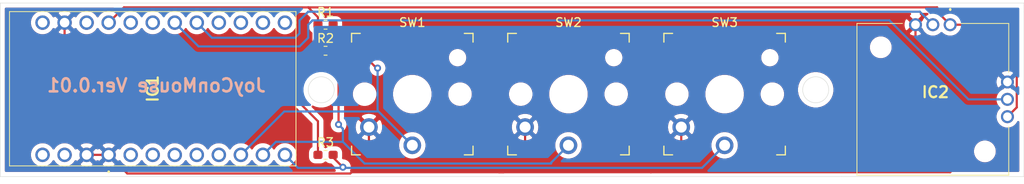
<source format=kicad_pcb>
(kicad_pcb (version 20171130) (host pcbnew "(5.1.6)-1")

  (general
    (thickness 1.6)
    (drawings 10)
    (tracks 77)
    (zones 0)
    (modules 8)
    (nets 8)
  )

  (page A4)
  (layers
    (0 F.Cu signal)
    (31 B.Cu signal)
    (32 B.Adhes user)
    (33 F.Adhes user)
    (34 B.Paste user)
    (35 F.Paste user)
    (36 B.SilkS user)
    (37 F.SilkS user)
    (38 B.Mask user)
    (39 F.Mask user)
    (40 Dwgs.User user)
    (41 Cmts.User user)
    (42 Eco1.User user)
    (43 Eco2.User user)
    (44 Edge.Cuts user)
    (45 Margin user)
    (46 B.CrtYd user)
    (47 F.CrtYd user)
    (48 B.Fab user)
    (49 F.Fab user)
  )

  (setup
    (last_trace_width 0.25)
    (trace_clearance 0.2)
    (zone_clearance 0.508)
    (zone_45_only no)
    (trace_min 0.2)
    (via_size 0.8)
    (via_drill 0.4)
    (via_min_size 0.4)
    (via_min_drill 0.3)
    (uvia_size 0.3)
    (uvia_drill 0.1)
    (uvias_allowed no)
    (uvia_min_size 0.2)
    (uvia_min_drill 0.1)
    (edge_width 0.05)
    (segment_width 0.2)
    (pcb_text_width 0.3)
    (pcb_text_size 1.5 1.5)
    (mod_edge_width 0.12)
    (mod_text_size 1 1)
    (mod_text_width 0.15)
    (pad_size 1.524 1.524)
    (pad_drill 0.762)
    (pad_to_mask_clearance 0.05)
    (aux_axis_origin 0 0)
    (visible_elements 7FFFFFFF)
    (pcbplotparams
      (layerselection 0x010fc_ffffffff)
      (usegerberextensions false)
      (usegerberattributes true)
      (usegerberadvancedattributes true)
      (creategerberjobfile true)
      (excludeedgelayer true)
      (linewidth 0.100000)
      (plotframeref false)
      (viasonmask false)
      (mode 1)
      (useauxorigin false)
      (hpglpennumber 1)
      (hpglpenspeed 20)
      (hpglpendiameter 15.000000)
      (psnegative false)
      (psa4output false)
      (plotreference true)
      (plotvalue true)
      (plotinvisibletext false)
      (padsonsilk false)
      (subtractmaskfromsilk false)
      (outputformat 1)
      (mirror false)
      (drillshape 0)
      (scaleselection 1)
      (outputdirectory "JoyConMouse_Ver.0.01/"))
  )

  (net 0 "")
  (net 1 GND)
  (net 2 D7)
  (net 3 D8)
  (net 4 D9)
  (net 5 +5V)
  (net 6 A0)
  (net 7 A1)

  (net_class Default "This is the default net class."
    (clearance 0.2)
    (trace_width 0.25)
    (via_dia 0.8)
    (via_drill 0.4)
    (uvia_dia 0.3)
    (uvia_drill 0.1)
    (add_net +5V)
    (add_net A0)
    (add_net A1)
    (add_net D7)
    (add_net D8)
    (add_net D9)
    (add_net GND)
  )

  (module SamacSys_Parts:DEV12640 (layer F.Cu) (tedit 0) (tstamp 63276815)
    (at 53 95 90)
    (descr DEV-12640-6)
    (tags "Integrated Circuit")
    (path /63270652)
    (fp_text reference IC1 (at 7.62 5.08 90) (layer F.SilkS)
      (effects (font (size 1.27 1.27) (thickness 0.254)))
    )
    (fp_text value DEV-12640 (at 7.62 5.08 90) (layer F.SilkS) hide
      (effects (font (size 1.27 1.27) (thickness 0.254)))
    )
    (fp_line (start -2 0) (end -2 0) (layer F.SilkS) (width 0.2))
    (fp_line (start -1.9 0) (end -1.9 0) (layer F.SilkS) (width 0.2))
    (fp_line (start -2 0) (end -2 0) (layer F.SilkS) (width 0.2))
    (fp_line (start -2.27 22.59) (end -2.27 -12.43) (layer F.CrtYd) (width 0.1))
    (fp_line (start 17.51 22.59) (end -2.27 22.59) (layer F.CrtYd) (width 0.1))
    (fp_line (start 17.51 -12.43) (end 17.51 22.59) (layer F.CrtYd) (width 0.1))
    (fp_line (start -2.27 -12.43) (end 17.51 -12.43) (layer F.CrtYd) (width 0.1))
    (fp_line (start -1.27 21.59) (end -1.27 -11.43) (layer F.SilkS) (width 0.1))
    (fp_line (start 16.51 21.59) (end -1.27 21.59) (layer F.SilkS) (width 0.1))
    (fp_line (start 16.51 -11.43) (end 16.51 21.59) (layer F.SilkS) (width 0.1))
    (fp_line (start -1.27 -11.43) (end 16.51 -11.43) (layer F.SilkS) (width 0.1))
    (fp_line (start -1.27 -11.43) (end -1.27 21.59) (layer F.Fab) (width 0.2))
    (fp_line (start 16.51 -11.43) (end -1.27 -11.43) (layer F.Fab) (width 0.2))
    (fp_line (start 16.51 21.59) (end 16.51 -11.43) (layer F.Fab) (width 0.2))
    (fp_line (start -1.27 21.59) (end 16.51 21.59) (layer F.Fab) (width 0.2))
    (fp_text user %R (at 7.62 5.08 90) (layer F.Fab)
      (effects (font (size 1.27 1.27) (thickness 0.254)))
    )
    (fp_arc (start -1.95 0) (end -2 0) (angle -180) (layer F.SilkS) (width 0.2))
    (fp_arc (start -1.95 0) (end -1.9 0) (angle -180) (layer F.SilkS) (width 0.2))
    (fp_arc (start -1.95 0) (end -2 0) (angle -180) (layer F.SilkS) (width 0.2))
    (pad 1 thru_hole circle (at 0 0 90) (size 1.665 1.665) (drill 1.11) (layers *.Cu *.Mask)
      (net 1 GND))
    (pad 2 thru_hole circle (at 0 2.54 90) (size 1.665 1.665) (drill 1.11) (layers *.Cu *.Mask))
    (pad 3 thru_hole circle (at 0 5.08 90) (size 1.665 1.665) (drill 1.11) (layers *.Cu *.Mask))
    (pad 4 thru_hole circle (at 0 7.62 90) (size 1.665 1.665) (drill 1.11) (layers *.Cu *.Mask))
    (pad 5 thru_hole circle (at 0 10.16 90) (size 1.665 1.665) (drill 1.11) (layers *.Cu *.Mask))
    (pad 6 thru_hole circle (at 0 12.7 90) (size 1.665 1.665) (drill 1.11) (layers *.Cu *.Mask))
    (pad 7 thru_hole circle (at 0 15.24 90) (size 1.665 1.665) (drill 1.11) (layers *.Cu *.Mask)
      (net 2 D7))
    (pad 8 thru_hole circle (at 0 17.78 90) (size 1.665 1.665) (drill 1.11) (layers *.Cu *.Mask)
      (net 3 D8))
    (pad 9 thru_hole circle (at 0 20.32 90) (size 1.665 1.665) (drill 1.11) (layers *.Cu *.Mask)
      (net 4 D9))
    (pad 10 thru_hole circle (at 15.24 20.32 90) (size 1.665 1.665) (drill 1.11) (layers *.Cu *.Mask))
    (pad 14 thru_hole circle (at 15.24 15.24 90) (size 1.665 1.665) (drill 1.11) (layers *.Cu *.Mask))
    (pad 15 thru_hole circle (at 15.24 12.7 90) (size 1.665 1.665) (drill 1.11) (layers *.Cu *.Mask))
    (pad 16 thru_hole circle (at 15.24 17.78 90) (size 1.665 1.665) (drill 1.11) (layers *.Cu *.Mask))
    (pad 18 thru_hole circle (at 15.24 0 90) (size 1.665 1.665) (drill 1.11) (layers *.Cu *.Mask)
      (net 5 +5V))
    (pad 19 thru_hole circle (at 15.24 -2.54 90) (size 1.665 1.665) (drill 1.11) (layers *.Cu *.Mask))
    (pad 20 thru_hole circle (at 15.24 -5.08 90) (size 1.665 1.665) (drill 1.11) (layers *.Cu *.Mask)
      (net 1 GND))
    (pad 21 thru_hole circle (at 15.24 -7.62 90) (size 1.665 1.665) (drill 1.11) (layers *.Cu *.Mask))
    (pad 22 thru_hole circle (at 0 -7.62 90) (size 1.665 1.665) (drill 1.11) (layers *.Cu *.Mask))
    (pad 23 thru_hole circle (at 0 -5.08 90) (size 1.665 1.665) (drill 1.11) (layers *.Cu *.Mask))
    (pad 24 thru_hole circle (at 0 -2.54 90) (size 1.665 1.665) (drill 1.11) (layers *.Cu *.Mask)
      (net 1 GND))
    (pad A1 thru_hole circle (at 15.24 10.16 90) (size 1.665 1.665) (drill 1.11) (layers *.Cu *.Mask)
      (net 6 A0))
    (pad A2 thru_hole circle (at 15.24 7.62 90) (size 1.665 1.665) (drill 1.11) (layers *.Cu *.Mask)
      (net 7 A1))
    (pad A3 thru_hole circle (at 15.24 5.08 90) (size 1.665 1.665) (drill 1.11) (layers *.Cu *.Mask))
    (pad A4 thru_hole circle (at 15.24 2.54 90) (size 1.665 1.665) (drill 1.11) (layers *.Cu *.Mask))
    (model C:\Users\masato\Documents\kicad\rslib\SamacSys_Parts.3dshapes\DEV-12640.stp
      (at (xyz 0 0 0))
      (scale (xyz 1 1 1))
      (rotate (xyz 0 0 0))
    )
  )

  (module SamacSys_Parts:JT8P32TB10K116Y (layer F.Cu) (tedit 0) (tstamp 63277166)
    (at 150 80)
    (descr JT8P-3.2T-B10K-1-16Y-1)
    (tags "Integrated Circuit")
    (path /632726AC)
    (fp_text reference IC2 (at -1.7 7.775) (layer F.SilkS)
      (effects (font (size 1.27 1.27) (thickness 0.254)))
    )
    (fp_text value JT8P-3.2T-B10K-1-16Y (at -1.7 7.775) (layer F.SilkS) hide
      (effects (font (size 1.27 1.27) (thickness 0.254)))
    )
    (fp_line (start 6.75 -0.15) (end 1.25 -0.15) (layer F.SilkS) (width 0.1))
    (fp_line (start 6.75 5.5) (end 6.75 -0.15) (layer F.SilkS) (width 0.1))
    (fp_line (start 6.75 17.35) (end 6.75 11.75) (layer F.SilkS) (width 0.1))
    (fp_line (start -10.75 17.35) (end 6.75 17.35) (layer F.SilkS) (width 0.1))
    (fp_line (start -10.75 -0.15) (end -10.75 17.35) (layer F.SilkS) (width 0.1))
    (fp_line (start -5.5 -0.15) (end -10.75 -0.15) (layer F.SilkS) (width 0.1))
    (fp_line (start 0 -1.7) (end 0 -1.7) (layer F.SilkS) (width 0.2))
    (fp_line (start 0 -1.8) (end 0 -1.8) (layer F.SilkS) (width 0.2))
    (fp_line (start 0 -1.7) (end 0 -1.7) (layer F.SilkS) (width 0.2))
    (fp_line (start -11.75 18.35) (end -11.75 -2.8) (layer F.CrtYd) (width 0.1))
    (fp_line (start 8.35 18.35) (end -11.75 18.35) (layer F.CrtYd) (width 0.1))
    (fp_line (start 8.35 -2.8) (end 8.35 18.35) (layer F.CrtYd) (width 0.1))
    (fp_line (start -11.75 -2.8) (end 8.35 -2.8) (layer F.CrtYd) (width 0.1))
    (fp_line (start -10.75 -0.15) (end -10.75 17.35) (layer F.Fab) (width 0.2))
    (fp_line (start 6.75 -0.15) (end -10.75 -0.15) (layer F.Fab) (width 0.2))
    (fp_line (start 6.75 17.35) (end 6.75 -0.15) (layer F.Fab) (width 0.2))
    (fp_line (start -10.75 17.35) (end 6.75 17.35) (layer F.Fab) (width 0.2))
    (fp_text user %R (at -1.7 7.775) (layer F.Fab)
      (effects (font (size 1.27 1.27) (thickness 0.254)))
    )
    (fp_arc (start 0 -1.75) (end 0 -1.7) (angle -180) (layer F.SilkS) (width 0.2))
    (fp_arc (start 0 -1.75) (end 0 -1.8) (angle -180) (layer F.SilkS) (width 0.2))
    (fp_arc (start 0 -1.75) (end 0 -1.7) (angle -180) (layer F.SilkS) (width 0.2))
    (pad A1 thru_hole circle (at 0 0) (size 1.5 1.5) (drill 1) (layers *.Cu *.Mask)
      (net 5 +5V))
    (pad A2 thru_hole circle (at -2 0) (size 1.5 1.5) (drill 1) (layers *.Cu *.Mask)
      (net 6 A0))
    (pad A3 thru_hole circle (at -4 0) (size 1.5 1.5) (drill 1) (layers *.Cu *.Mask)
      (net 1 GND))
    (pad B1 thru_hole circle (at 6.6 10.6) (size 1.5 1.5) (drill 1) (layers *.Cu *.Mask)
      (net 5 +5V))
    (pad B2 thru_hole circle (at 6.6 8.6) (size 1.5 1.5) (drill 1) (layers *.Cu *.Mask)
      (net 7 A1))
    (pad B3 thru_hole circle (at 6.6 6.6) (size 1.5 1.5) (drill 1) (layers *.Cu *.Mask)
      (net 1 GND))
    (pad MH1 np_thru_hole circle (at 4 14.6) (size 1.5 0) (drill 1.5) (layers *.Cu *.Mask))
    (pad MH2 np_thru_hole circle (at -8 2.6) (size 1.5 0) (drill 1.5) (layers *.Cu *.Mask))
    (model C:\Users\masato\Documents\kicad\rslib\SamacSys_Parts.3dshapes\JT8P-3.2T-B10K-1-16Y.stp
      (at (xyz 0 0 0))
      (scale (xyz 1 1 1))
      (rotate (xyz 0 0 0))
    )
  )

  (module Capacitor_SMD:C_0603_1608Metric_Pad1.05x0.95mm_HandSolder (layer F.Cu) (tedit 5B301BBE) (tstamp 63276847)
    (at 78 80)
    (descr "Capacitor SMD 0603 (1608 Metric), square (rectangular) end terminal, IPC_7351 nominal with elongated pad for handsoldering. (Body size source: http://www.tortai-tech.com/upload/download/2011102023233369053.pdf), generated with kicad-footprint-generator")
    (tags "capacitor handsolder")
    (path /63275EC2)
    (attr smd)
    (fp_text reference R1 (at 0 -1.43) (layer F.SilkS)
      (effects (font (size 1 1) (thickness 0.15)))
    )
    (fp_text value R (at 0 1.43) (layer F.Fab)
      (effects (font (size 1 1) (thickness 0.15)))
    )
    (fp_line (start 1.65 0.73) (end -1.65 0.73) (layer F.CrtYd) (width 0.05))
    (fp_line (start 1.65 -0.73) (end 1.65 0.73) (layer F.CrtYd) (width 0.05))
    (fp_line (start -1.65 -0.73) (end 1.65 -0.73) (layer F.CrtYd) (width 0.05))
    (fp_line (start -1.65 0.73) (end -1.65 -0.73) (layer F.CrtYd) (width 0.05))
    (fp_line (start -0.171267 0.51) (end 0.171267 0.51) (layer F.SilkS) (width 0.12))
    (fp_line (start -0.171267 -0.51) (end 0.171267 -0.51) (layer F.SilkS) (width 0.12))
    (fp_line (start 0.8 0.4) (end -0.8 0.4) (layer F.Fab) (width 0.1))
    (fp_line (start 0.8 -0.4) (end 0.8 0.4) (layer F.Fab) (width 0.1))
    (fp_line (start -0.8 -0.4) (end 0.8 -0.4) (layer F.Fab) (width 0.1))
    (fp_line (start -0.8 0.4) (end -0.8 -0.4) (layer F.Fab) (width 0.1))
    (fp_text user %R (at 0 0) (layer F.Fab)
      (effects (font (size 0.4 0.4) (thickness 0.06)))
    )
    (pad 1 smd roundrect (at -0.875 0) (size 1.05 0.95) (layers F.Cu F.Paste F.Mask) (roundrect_rratio 0.25)
      (net 5 +5V))
    (pad 2 smd roundrect (at 0.875 0) (size 1.05 0.95) (layers F.Cu F.Paste F.Mask) (roundrect_rratio 0.25)
      (net 2 D7))
    (model ${KISYS3DMOD}/Capacitor_SMD.3dshapes/C_0603_1608Metric.wrl
      (at (xyz 0 0 0))
      (scale (xyz 1 1 1))
      (rotate (xyz 0 0 0))
    )
  )

  (module Capacitor_SMD:C_0603_1608Metric_Pad1.05x0.95mm_HandSolder (layer F.Cu) (tedit 5B301BBE) (tstamp 63276858)
    (at 78 83)
    (descr "Capacitor SMD 0603 (1608 Metric), square (rectangular) end terminal, IPC_7351 nominal with elongated pad for handsoldering. (Body size source: http://www.tortai-tech.com/upload/download/2011102023233369053.pdf), generated with kicad-footprint-generator")
    (tags "capacitor handsolder")
    (path /63278614)
    (attr smd)
    (fp_text reference R2 (at 0 -1.43) (layer F.SilkS)
      (effects (font (size 1 1) (thickness 0.15)))
    )
    (fp_text value R (at 0 1.43) (layer F.Fab)
      (effects (font (size 1 1) (thickness 0.15)))
    )
    (fp_line (start -0.8 0.4) (end -0.8 -0.4) (layer F.Fab) (width 0.1))
    (fp_line (start -0.8 -0.4) (end 0.8 -0.4) (layer F.Fab) (width 0.1))
    (fp_line (start 0.8 -0.4) (end 0.8 0.4) (layer F.Fab) (width 0.1))
    (fp_line (start 0.8 0.4) (end -0.8 0.4) (layer F.Fab) (width 0.1))
    (fp_line (start -0.171267 -0.51) (end 0.171267 -0.51) (layer F.SilkS) (width 0.12))
    (fp_line (start -0.171267 0.51) (end 0.171267 0.51) (layer F.SilkS) (width 0.12))
    (fp_line (start -1.65 0.73) (end -1.65 -0.73) (layer F.CrtYd) (width 0.05))
    (fp_line (start -1.65 -0.73) (end 1.65 -0.73) (layer F.CrtYd) (width 0.05))
    (fp_line (start 1.65 -0.73) (end 1.65 0.73) (layer F.CrtYd) (width 0.05))
    (fp_line (start 1.65 0.73) (end -1.65 0.73) (layer F.CrtYd) (width 0.05))
    (fp_text user %R (at 0 0) (layer F.Fab)
      (effects (font (size 0.4 0.4) (thickness 0.06)))
    )
    (pad 2 smd roundrect (at 0.875 0) (size 1.05 0.95) (layers F.Cu F.Paste F.Mask) (roundrect_rratio 0.25)
      (net 3 D8))
    (pad 1 smd roundrect (at -0.875 0) (size 1.05 0.95) (layers F.Cu F.Paste F.Mask) (roundrect_rratio 0.25)
      (net 5 +5V))
    (model ${KISYS3DMOD}/Capacitor_SMD.3dshapes/C_0603_1608Metric.wrl
      (at (xyz 0 0 0))
      (scale (xyz 1 1 1))
      (rotate (xyz 0 0 0))
    )
  )

  (module Capacitor_SMD:C_0603_1608Metric_Pad1.05x0.95mm_HandSolder (layer F.Cu) (tedit 5B301BBE) (tstamp 63276869)
    (at 78 95)
    (descr "Capacitor SMD 0603 (1608 Metric), square (rectangular) end terminal, IPC_7351 nominal with elongated pad for handsoldering. (Body size source: http://www.tortai-tech.com/upload/download/2011102023233369053.pdf), generated with kicad-footprint-generator")
    (tags "capacitor handsolder")
    (path /632792C0)
    (attr smd)
    (fp_text reference R3 (at 0 -1.43) (layer F.SilkS)
      (effects (font (size 1 1) (thickness 0.15)))
    )
    (fp_text value R (at 0 1.43) (layer F.Fab)
      (effects (font (size 1 1) (thickness 0.15)))
    )
    (fp_line (start 1.65 0.73) (end -1.65 0.73) (layer F.CrtYd) (width 0.05))
    (fp_line (start 1.65 -0.73) (end 1.65 0.73) (layer F.CrtYd) (width 0.05))
    (fp_line (start -1.65 -0.73) (end 1.65 -0.73) (layer F.CrtYd) (width 0.05))
    (fp_line (start -1.65 0.73) (end -1.65 -0.73) (layer F.CrtYd) (width 0.05))
    (fp_line (start -0.171267 0.51) (end 0.171267 0.51) (layer F.SilkS) (width 0.12))
    (fp_line (start -0.171267 -0.51) (end 0.171267 -0.51) (layer F.SilkS) (width 0.12))
    (fp_line (start 0.8 0.4) (end -0.8 0.4) (layer F.Fab) (width 0.1))
    (fp_line (start 0.8 -0.4) (end 0.8 0.4) (layer F.Fab) (width 0.1))
    (fp_line (start -0.8 -0.4) (end 0.8 -0.4) (layer F.Fab) (width 0.1))
    (fp_line (start -0.8 0.4) (end -0.8 -0.4) (layer F.Fab) (width 0.1))
    (fp_text user %R (at 0 0) (layer F.Fab)
      (effects (font (size 0.4 0.4) (thickness 0.06)))
    )
    (pad 1 smd roundrect (at -0.875 0) (size 1.05 0.95) (layers F.Cu F.Paste F.Mask) (roundrect_rratio 0.25)
      (net 5 +5V))
    (pad 2 smd roundrect (at 0.875 0) (size 1.05 0.95) (layers F.Cu F.Paste F.Mask) (roundrect_rratio 0.25)
      (net 4 D9))
    (model ${KISYS3DMOD}/Capacitor_SMD.3dshapes/C_0603_1608Metric.wrl
      (at (xyz 0 0 0))
      (scale (xyz 1 1 1))
      (rotate (xyz 0 0 0))
    )
  )

  (module SamacSys_Parts:SW_PG1350 (layer F.Cu) (tedit 5DD50112) (tstamp 632781ED)
    (at 88 88)
    (descr "Kailh \"Choc\" PG1350 keyswitch")
    (tags kailh,choc)
    (path /63274CE9)
    (fp_text reference SW1 (at 0 -8.255) (layer F.SilkS)
      (effects (font (size 1 1) (thickness 0.15)))
    )
    (fp_text value SW_Push (at 0 8.255) (layer F.Fab)
      (effects (font (size 1 1) (thickness 0.15)))
    )
    (fp_line (start -2.6 -3.1) (end 2.6 -3.1) (layer Eco2.User) (width 0.15))
    (fp_line (start 2.6 -3.1) (end 2.6 -6.3) (layer Eco2.User) (width 0.15))
    (fp_line (start 2.6 -6.3) (end -2.6 -6.3) (layer Eco2.User) (width 0.15))
    (fp_line (start -2.6 -3.1) (end -2.6 -6.3) (layer Eco2.User) (width 0.15))
    (fp_line (start -7 -6) (end -7 -7) (layer F.SilkS) (width 0.15))
    (fp_line (start -7 7) (end -6 7) (layer F.SilkS) (width 0.15))
    (fp_line (start -6 -7) (end -7 -7) (layer F.SilkS) (width 0.15))
    (fp_line (start -7 7) (end -7 6) (layer F.SilkS) (width 0.15))
    (fp_line (start 7 6) (end 7 7) (layer F.SilkS) (width 0.15))
    (fp_line (start 7 -7) (end 6 -7) (layer F.SilkS) (width 0.15))
    (fp_line (start 6 7) (end 7 7) (layer F.SilkS) (width 0.15))
    (fp_line (start 7 -7) (end 7 -6) (layer F.SilkS) (width 0.15))
    (fp_line (start -6.9 6.9) (end 6.9 6.9) (layer Eco2.User) (width 0.15))
    (fp_line (start 6.9 -6.9) (end -6.9 -6.9) (layer Eco2.User) (width 0.15))
    (fp_line (start 6.9 -6.9) (end 6.9 6.9) (layer Eco2.User) (width 0.15))
    (fp_line (start -6.9 6.9) (end -6.9 -6.9) (layer Eco2.User) (width 0.15))
    (fp_line (start -7.5 -7.5) (end 7.5 -7.5) (layer F.Fab) (width 0.15))
    (fp_line (start 7.5 -7.5) (end 7.5 7.5) (layer F.Fab) (width 0.15))
    (fp_line (start 7.5 7.5) (end -7.5 7.5) (layer F.Fab) (width 0.15))
    (fp_line (start -7.5 7.5) (end -7.5 -7.5) (layer F.Fab) (width 0.15))
    (fp_text user %R (at 0 0) (layer F.Fab)
      (effects (font (size 1 1) (thickness 0.15)))
    )
    (pad "" np_thru_hole circle (at 0 0) (size 3.429 3.429) (drill 3.429) (layers *.Cu *.Mask))
    (pad 2 thru_hole circle (at -5 3.8) (size 2.032 2.032) (drill 1.27) (layers *.Cu *.Mask)
      (net 1 GND))
    (pad 1 thru_hole circle (at 0 5.9) (size 2.032 2.032) (drill 1.27) (layers *.Cu *.Mask)
      (net 2 D7))
    (pad "" np_thru_hole circle (at 5.22 -4.2) (size 0.9906 0.9906) (drill 0.9906) (layers *.Cu *.Mask))
    (pad "" np_thru_hole circle (at 5.5 0) (size 1.7018 1.7018) (drill 1.7018) (layers *.Cu *.Mask))
    (pad "" np_thru_hole circle (at -5.5 0) (size 1.7018 1.7018) (drill 1.7018) (layers *.Cu *.Mask))
  )

  (module SamacSys_Parts:SW_PG1350 (layer F.Cu) (tedit 5DD50112) (tstamp 6327820B)
    (at 106 88)
    (descr "Kailh \"Choc\" PG1350 keyswitch")
    (tags kailh,choc)
    (path /6327860E)
    (fp_text reference SW2 (at 0 -8.255) (layer F.SilkS)
      (effects (font (size 1 1) (thickness 0.15)))
    )
    (fp_text value SW_Push (at 0 8.255) (layer F.Fab)
      (effects (font (size 1 1) (thickness 0.15)))
    )
    (fp_line (start -7.5 7.5) (end -7.5 -7.5) (layer F.Fab) (width 0.15))
    (fp_line (start 7.5 7.5) (end -7.5 7.5) (layer F.Fab) (width 0.15))
    (fp_line (start 7.5 -7.5) (end 7.5 7.5) (layer F.Fab) (width 0.15))
    (fp_line (start -7.5 -7.5) (end 7.5 -7.5) (layer F.Fab) (width 0.15))
    (fp_line (start -6.9 6.9) (end -6.9 -6.9) (layer Eco2.User) (width 0.15))
    (fp_line (start 6.9 -6.9) (end 6.9 6.9) (layer Eco2.User) (width 0.15))
    (fp_line (start 6.9 -6.9) (end -6.9 -6.9) (layer Eco2.User) (width 0.15))
    (fp_line (start -6.9 6.9) (end 6.9 6.9) (layer Eco2.User) (width 0.15))
    (fp_line (start 7 -7) (end 7 -6) (layer F.SilkS) (width 0.15))
    (fp_line (start 6 7) (end 7 7) (layer F.SilkS) (width 0.15))
    (fp_line (start 7 -7) (end 6 -7) (layer F.SilkS) (width 0.15))
    (fp_line (start 7 6) (end 7 7) (layer F.SilkS) (width 0.15))
    (fp_line (start -7 7) (end -7 6) (layer F.SilkS) (width 0.15))
    (fp_line (start -6 -7) (end -7 -7) (layer F.SilkS) (width 0.15))
    (fp_line (start -7 7) (end -6 7) (layer F.SilkS) (width 0.15))
    (fp_line (start -7 -6) (end -7 -7) (layer F.SilkS) (width 0.15))
    (fp_line (start -2.6 -3.1) (end -2.6 -6.3) (layer Eco2.User) (width 0.15))
    (fp_line (start 2.6 -6.3) (end -2.6 -6.3) (layer Eco2.User) (width 0.15))
    (fp_line (start 2.6 -3.1) (end 2.6 -6.3) (layer Eco2.User) (width 0.15))
    (fp_line (start -2.6 -3.1) (end 2.6 -3.1) (layer Eco2.User) (width 0.15))
    (fp_text user %R (at 0 0) (layer F.Fab)
      (effects (font (size 1 1) (thickness 0.15)))
    )
    (pad "" np_thru_hole circle (at -5.5 0) (size 1.7018 1.7018) (drill 1.7018) (layers *.Cu *.Mask))
    (pad "" np_thru_hole circle (at 5.5 0) (size 1.7018 1.7018) (drill 1.7018) (layers *.Cu *.Mask))
    (pad "" np_thru_hole circle (at 5.22 -4.2) (size 0.9906 0.9906) (drill 0.9906) (layers *.Cu *.Mask))
    (pad 1 thru_hole circle (at 0 5.9) (size 2.032 2.032) (drill 1.27) (layers *.Cu *.Mask)
      (net 3 D8))
    (pad 2 thru_hole circle (at -5 3.8) (size 2.032 2.032) (drill 1.27) (layers *.Cu *.Mask)
      (net 1 GND))
    (pad "" np_thru_hole circle (at 0 0) (size 3.429 3.429) (drill 3.429) (layers *.Cu *.Mask))
  )

  (module SamacSys_Parts:SW_PG1350 (layer F.Cu) (tedit 5DD50112) (tstamp 63278229)
    (at 124 88)
    (descr "Kailh \"Choc\" PG1350 keyswitch")
    (tags kailh,choc)
    (path /632792BA)
    (fp_text reference SW3 (at 0 -8.255) (layer F.SilkS)
      (effects (font (size 1 1) (thickness 0.15)))
    )
    (fp_text value SW_Push (at 0 8.255) (layer F.Fab)
      (effects (font (size 1 1) (thickness 0.15)))
    )
    (fp_line (start -2.6 -3.1) (end 2.6 -3.1) (layer Eco2.User) (width 0.15))
    (fp_line (start 2.6 -3.1) (end 2.6 -6.3) (layer Eco2.User) (width 0.15))
    (fp_line (start 2.6 -6.3) (end -2.6 -6.3) (layer Eco2.User) (width 0.15))
    (fp_line (start -2.6 -3.1) (end -2.6 -6.3) (layer Eco2.User) (width 0.15))
    (fp_line (start -7 -6) (end -7 -7) (layer F.SilkS) (width 0.15))
    (fp_line (start -7 7) (end -6 7) (layer F.SilkS) (width 0.15))
    (fp_line (start -6 -7) (end -7 -7) (layer F.SilkS) (width 0.15))
    (fp_line (start -7 7) (end -7 6) (layer F.SilkS) (width 0.15))
    (fp_line (start 7 6) (end 7 7) (layer F.SilkS) (width 0.15))
    (fp_line (start 7 -7) (end 6 -7) (layer F.SilkS) (width 0.15))
    (fp_line (start 6 7) (end 7 7) (layer F.SilkS) (width 0.15))
    (fp_line (start 7 -7) (end 7 -6) (layer F.SilkS) (width 0.15))
    (fp_line (start -6.9 6.9) (end 6.9 6.9) (layer Eco2.User) (width 0.15))
    (fp_line (start 6.9 -6.9) (end -6.9 -6.9) (layer Eco2.User) (width 0.15))
    (fp_line (start 6.9 -6.9) (end 6.9 6.9) (layer Eco2.User) (width 0.15))
    (fp_line (start -6.9 6.9) (end -6.9 -6.9) (layer Eco2.User) (width 0.15))
    (fp_line (start -7.5 -7.5) (end 7.5 -7.5) (layer F.Fab) (width 0.15))
    (fp_line (start 7.5 -7.5) (end 7.5 7.5) (layer F.Fab) (width 0.15))
    (fp_line (start 7.5 7.5) (end -7.5 7.5) (layer F.Fab) (width 0.15))
    (fp_line (start -7.5 7.5) (end -7.5 -7.5) (layer F.Fab) (width 0.15))
    (fp_text user %R (at 0 0) (layer F.Fab)
      (effects (font (size 1 1) (thickness 0.15)))
    )
    (pad "" np_thru_hole circle (at 0 0) (size 3.429 3.429) (drill 3.429) (layers *.Cu *.Mask))
    (pad 2 thru_hole circle (at -5 3.8) (size 2.032 2.032) (drill 1.27) (layers *.Cu *.Mask)
      (net 1 GND))
    (pad 1 thru_hole circle (at 0 5.9) (size 2.032 2.032) (drill 1.27) (layers *.Cu *.Mask)
      (net 4 D9))
    (pad "" np_thru_hole circle (at 5.22 -4.2) (size 0.9906 0.9906) (drill 0.9906) (layers *.Cu *.Mask))
    (pad "" np_thru_hole circle (at 5.5 0) (size 1.7018 1.7018) (drill 1.7018) (layers *.Cu *.Mask))
    (pad "" np_thru_hole circle (at -5.5 0) (size 1.7018 1.7018) (drill 1.7018) (layers *.Cu *.Mask))
  )

  (gr_text "JoyConMouse Ver.0.01" (at 58.5 87) (layer B.SilkS)
    (effects (font (size 1.5 1.5) (thickness 0.3)) (justify mirror))
  )
  (gr_circle (center 134.5 87.5) (end 136 87.5) (layer Edge.Cuts) (width 0.05))
  (gr_circle (center 77.5 87.5) (end 79 87.5) (layer Edge.Cuts) (width 0.05))
  (gr_line (start 158.5 77.5) (end 158.5 78.5) (layer Edge.Cuts) (width 0.05) (tstamp 63277F3E))
  (gr_line (start 78.5 77.5) (end 158.5 77.5) (layer Edge.Cuts) (width 0.05))
  (gr_line (start 40.5 77.5) (end 78.5 77.5) (layer Edge.Cuts) (width 0.05))
  (gr_line (start 40.5 97.5) (end 40.5 77.5) (layer Edge.Cuts) (width 0.05))
  (gr_line (start 158.5 97.5) (end 158.5 78.5) (layer Edge.Cuts) (width 0.05))
  (gr_line (start 137.5 97.5) (end 158.5 97.5) (layer Edge.Cuts) (width 0.05))
  (gr_line (start 40.5 97.5) (end 137.5 97.5) (layer Edge.Cuts) (width 0.05))

  (segment (start 47.92 92.46) (end 50.46 95) (width 0.25) (layer F.Cu) (net 1))
  (segment (start 47.92 79.76) (end 47.92 92.46) (width 0.25) (layer F.Cu) (net 1))
  (segment (start 53 95) (end 50.46 95) (width 0.25) (layer F.Cu) (net 1))
  (segment (start 151.5 95.5) (end 151.5 91.7) (width 0.25) (layer F.Cu) (net 1))
  (segment (start 151.5 91.7) (end 156.6 86.6) (width 0.25) (layer F.Cu) (net 1))
  (segment (start 150 97) (end 151.5 95.5) (width 0.25) (layer F.Cu) (net 1))
  (segment (start 146 86.2) (end 151.5 91.7) (width 0.25) (layer F.Cu) (net 1))
  (segment (start 146 80) (end 146 86.2) (width 0.25) (layer F.Cu) (net 1))
  (segment (start 119 91.8) (end 119 93.5) (width 0.25) (layer F.Cu) (net 1))
  (segment (start 119 93.5) (end 115.5 97) (width 0.25) (layer F.Cu) (net 1))
  (segment (start 115.5 97) (end 150 97) (width 0.25) (layer F.Cu) (net 1))
  (segment (start 101 91.8) (end 101 94.5) (width 0.25) (layer F.Cu) (net 1))
  (segment (start 98.5 97) (end 98 97) (width 0.25) (layer F.Cu) (net 1))
  (segment (start 101 94.5) (end 98.5 97) (width 0.25) (layer F.Cu) (net 1))
  (segment (start 98 97) (end 115.5 97) (width 0.25) (layer F.Cu) (net 1))
  (segment (start 83 91.8) (end 83 95) (width 0.25) (layer F.Cu) (net 1))
  (segment (start 83 95) (end 81 97) (width 0.25) (layer F.Cu) (net 1))
  (segment (start 81 97) (end 98 97) (width 0.25) (layer F.Cu) (net 1))
  (segment (start 55.14999 97.14999) (end 80.85001 97.14999) (width 0.25) (layer F.Cu) (net 1))
  (segment (start 80.85001 97.14999) (end 81 97) (width 0.25) (layer F.Cu) (net 1))
  (segment (start 53 95) (end 55.14999 97.14999) (width 0.25) (layer F.Cu) (net 1))
  (segment (start 68.24 95) (end 73.24 90) (width 0.25) (layer B.Cu) (net 2))
  (segment (start 88 93.9) (end 84.1 90) (width 0.25) (layer B.Cu) (net 2))
  (segment (start 84.1 90) (end 73.24 90) (width 0.25) (layer B.Cu) (net 2))
  (via (at 84 85) (size 0.8) (drill 0.4) (layers F.Cu B.Cu) (net 2))
  (segment (start 83.800901 84.800901) (end 84 85) (width 0.25) (layer F.Cu) (net 2))
  (segment (start 78.875 80) (end 83.675901 84.800901) (width 0.25) (layer F.Cu) (net 2))
  (segment (start 83.675901 84.800901) (end 83.800901 84.800901) (width 0.25) (layer F.Cu) (net 2))
  (segment (start 84 85) (end 84 90) (width 0.25) (layer B.Cu) (net 2))
  (segment (start 70.78 95) (end 72.28 93.5) (width 0.25) (layer B.Cu) (net 3))
  (segment (start 72.28 93.5) (end 80 93.5) (width 0.25) (layer B.Cu) (net 3))
  (segment (start 80 93.5) (end 82.5 96) (width 0.25) (layer B.Cu) (net 3))
  (segment (start 82.5 96) (end 104 96) (width 0.25) (layer B.Cu) (net 3))
  (segment (start 104 95.9) (end 106 93.9) (width 0.25) (layer B.Cu) (net 3))
  (segment (start 104 96) (end 104 95.9) (width 0.25) (layer B.Cu) (net 3))
  (via (at 79.5 91.5) (size 0.8) (drill 0.4) (layers F.Cu B.Cu) (net 3))
  (segment (start 80 93.5) (end 80 92) (width 0.25) (layer B.Cu) (net 3))
  (segment (start 80 92) (end 79.5 91.5) (width 0.25) (layer B.Cu) (net 3))
  (segment (start 79.5 83.625) (end 78.875 83) (width 0.25) (layer F.Cu) (net 3))
  (segment (start 79.5 91.5) (end 79.5 83.625) (width 0.25) (layer F.Cu) (net 3))
  (segment (start 121.4 96.5) (end 124 93.9) (width 0.25) (layer B.Cu) (net 4))
  (segment (start 73.32 95) (end 74.82 96.5) (width 0.25) (layer B.Cu) (net 4))
  (segment (start 74.82 96.5) (end 121.4 96.5) (width 0.25) (layer B.Cu) (net 4))
  (via (at 80 96.424974) (size 0.8) (drill 0.4) (layers F.Cu B.Cu) (net 4))
  (segment (start 78.875 95) (end 78.875 95.299974) (width 0.25) (layer F.Cu) (net 4))
  (segment (start 78.875 95.299974) (end 80 96.424974) (width 0.25) (layer F.Cu) (net 4))
  (segment (start 148.5 78.5) (end 150 80) (width 0.25) (layer F.Cu) (net 5))
  (segment (start 148.5 78) (end 148.5 78.5) (width 0.25) (layer F.Cu) (net 5))
  (segment (start 53 79.76) (end 54.76 78) (width 0.25) (layer F.Cu) (net 5))
  (segment (start 150 80) (end 153.5 80) (width 0.25) (layer F.Cu) (net 5))
  (segment (start 157.675001 89.524999) (end 156.6 90.6) (width 0.25) (layer F.Cu) (net 5))
  (segment (start 157.675001 84.175001) (end 157.675001 89.524999) (width 0.25) (layer F.Cu) (net 5))
  (segment (start 153.5 80) (end 157.675001 84.175001) (width 0.25) (layer F.Cu) (net 5))
  (segment (start 77.125 95) (end 77.125 91.125) (width 0.25) (layer F.Cu) (net 5))
  (segment (start 77.125 91.125) (end 75 89) (width 0.25) (layer F.Cu) (net 5))
  (segment (start 75 85.125) (end 77.125 83) (width 0.25) (layer F.Cu) (net 5))
  (segment (start 75 89) (end 75 85.125) (width 0.25) (layer F.Cu) (net 5))
  (segment (start 77.125 83) (end 77.125 80) (width 0.25) (layer F.Cu) (net 5))
  (segment (start 77.125 79.125) (end 76 78) (width 0.25) (layer F.Cu) (net 5))
  (segment (start 77.125 80) (end 77.125 79.125) (width 0.25) (layer F.Cu) (net 5))
  (segment (start 54.76 78) (end 76 78) (width 0.25) (layer F.Cu) (net 5))
  (segment (start 76 78) (end 148.5 78) (width 0.25) (layer F.Cu) (net 5))
  (segment (start 146.5 78.5) (end 76 78.5) (width 0.25) (layer B.Cu) (net 6))
  (segment (start 75 81) (end 74.5 81.5) (width 0.25) (layer B.Cu) (net 6))
  (segment (start 148 80) (end 146.5 78.5) (width 0.25) (layer B.Cu) (net 6))
  (segment (start 76 78.5) (end 75 79.5) (width 0.25) (layer B.Cu) (net 6))
  (segment (start 75 79.5) (end 75 81) (width 0.25) (layer B.Cu) (net 6))
  (segment (start 64.9 81.5) (end 63.16 79.76) (width 0.25) (layer B.Cu) (net 6))
  (segment (start 74.5 81.5) (end 64.9 81.5) (width 0.25) (layer B.Cu) (net 6))
  (segment (start 63.36 82.5) (end 60.62 79.76) (width 0.25) (layer B.Cu) (net 7))
  (segment (start 75 82.5) (end 63.36 82.5) (width 0.25) (layer B.Cu) (net 7))
  (segment (start 76 81.5) (end 75 82.5) (width 0.25) (layer B.Cu) (net 7))
  (segment (start 152.1 88.6) (end 143 79.5) (width 0.25) (layer B.Cu) (net 7))
  (segment (start 76.5 79.5) (end 76 80) (width 0.25) (layer B.Cu) (net 7))
  (segment (start 143 79.5) (end 76.5 79.5) (width 0.25) (layer B.Cu) (net 7))
  (segment (start 156.6 88.6) (end 152.1 88.6) (width 0.25) (layer B.Cu) (net 7))
  (segment (start 76 80) (end 76 81.5) (width 0.25) (layer B.Cu) (net 7))

  (zone (net 1) (net_name GND) (layer B.Cu) (tstamp 63271F49) (hatch edge 0.508)
    (connect_pads (clearance 0.508))
    (min_thickness 0.254)
    (fill yes (arc_segments 32) (thermal_gap 0.508) (thermal_bridge_width 0.508))
    (polygon
      (pts
        (xy 158.5 97.5) (xy 40.5 97.5) (xy 40.5 77.5) (xy 158.5 77.5)
      )
    )
    (filled_polygon
      (pts
        (xy 74.516276 78.908923) (xy 74.459882 78.824523) (xy 74.255477 78.620118) (xy 74.015122 78.459518) (xy 73.748054 78.348895)
        (xy 73.464536 78.2925) (xy 73.175464 78.2925) (xy 72.891946 78.348895) (xy 72.624878 78.459518) (xy 72.384523 78.620118)
        (xy 72.180118 78.824523) (xy 72.05 79.019258) (xy 71.919882 78.824523) (xy 71.715477 78.620118) (xy 71.475122 78.459518)
        (xy 71.208054 78.348895) (xy 70.924536 78.2925) (xy 70.635464 78.2925) (xy 70.351946 78.348895) (xy 70.084878 78.459518)
        (xy 69.844523 78.620118) (xy 69.640118 78.824523) (xy 69.51 79.019258) (xy 69.379882 78.824523) (xy 69.175477 78.620118)
        (xy 68.935122 78.459518) (xy 68.668054 78.348895) (xy 68.384536 78.2925) (xy 68.095464 78.2925) (xy 67.811946 78.348895)
        (xy 67.544878 78.459518) (xy 67.304523 78.620118) (xy 67.100118 78.824523) (xy 66.97 79.019258) (xy 66.839882 78.824523)
        (xy 66.635477 78.620118) (xy 66.395122 78.459518) (xy 66.128054 78.348895) (xy 65.844536 78.2925) (xy 65.555464 78.2925)
        (xy 65.271946 78.348895) (xy 65.004878 78.459518) (xy 64.764523 78.620118) (xy 64.560118 78.824523) (xy 64.43 79.019258)
        (xy 64.299882 78.824523) (xy 64.095477 78.620118) (xy 63.855122 78.459518) (xy 63.588054 78.348895) (xy 63.304536 78.2925)
        (xy 63.015464 78.2925) (xy 62.731946 78.348895) (xy 62.464878 78.459518) (xy 62.224523 78.620118) (xy 62.020118 78.824523)
        (xy 61.89 79.019258) (xy 61.759882 78.824523) (xy 61.555477 78.620118) (xy 61.315122 78.459518) (xy 61.048054 78.348895)
        (xy 60.764536 78.2925) (xy 60.475464 78.2925) (xy 60.191946 78.348895) (xy 59.924878 78.459518) (xy 59.684523 78.620118)
        (xy 59.480118 78.824523) (xy 59.35 79.019258) (xy 59.219882 78.824523) (xy 59.015477 78.620118) (xy 58.775122 78.459518)
        (xy 58.508054 78.348895) (xy 58.224536 78.2925) (xy 57.935464 78.2925) (xy 57.651946 78.348895) (xy 57.384878 78.459518)
        (xy 57.144523 78.620118) (xy 56.940118 78.824523) (xy 56.81 79.019258) (xy 56.679882 78.824523) (xy 56.475477 78.620118)
        (xy 56.235122 78.459518) (xy 55.968054 78.348895) (xy 55.684536 78.2925) (xy 55.395464 78.2925) (xy 55.111946 78.348895)
        (xy 54.844878 78.459518) (xy 54.604523 78.620118) (xy 54.400118 78.824523) (xy 54.27 79.019258) (xy 54.139882 78.824523)
        (xy 53.935477 78.620118) (xy 53.695122 78.459518) (xy 53.428054 78.348895) (xy 53.144536 78.2925) (xy 52.855464 78.2925)
        (xy 52.571946 78.348895) (xy 52.304878 78.459518) (xy 52.064523 78.620118) (xy 51.860118 78.824523) (xy 51.73 79.019258)
        (xy 51.599882 78.824523) (xy 51.395477 78.620118) (xy 51.155122 78.459518) (xy 50.888054 78.348895) (xy 50.604536 78.2925)
        (xy 50.315464 78.2925) (xy 50.031946 78.348895) (xy 49.764878 78.459518) (xy 49.524523 78.620118) (xy 49.320118 78.824523)
        (xy 49.19217 79.016011) (xy 49.183193 78.999217) (xy 48.935906 78.923699) (xy 48.099605 79.76) (xy 48.935906 80.596301)
        (xy 49.183193 80.520783) (xy 49.191591 80.503123) (xy 49.320118 80.695477) (xy 49.524523 80.899882) (xy 49.764878 81.060482)
        (xy 50.031946 81.171105) (xy 50.315464 81.2275) (xy 50.604536 81.2275) (xy 50.888054 81.171105) (xy 51.155122 81.060482)
        (xy 51.395477 80.899882) (xy 51.599882 80.695477) (xy 51.73 80.500742) (xy 51.860118 80.695477) (xy 52.064523 80.899882)
        (xy 52.304878 81.060482) (xy 52.571946 81.171105) (xy 52.855464 81.2275) (xy 53.144536 81.2275) (xy 53.428054 81.171105)
        (xy 53.695122 81.060482) (xy 53.935477 80.899882) (xy 54.139882 80.695477) (xy 54.27 80.500742) (xy 54.400118 80.695477)
        (xy 54.604523 80.899882) (xy 54.844878 81.060482) (xy 55.111946 81.171105) (xy 55.395464 81.2275) (xy 55.684536 81.2275)
        (xy 55.968054 81.171105) (xy 56.235122 81.060482) (xy 56.475477 80.899882) (xy 56.679882 80.695477) (xy 56.81 80.500742)
        (xy 56.940118 80.695477) (xy 57.144523 80.899882) (xy 57.384878 81.060482) (xy 57.651946 81.171105) (xy 57.935464 81.2275)
        (xy 58.224536 81.2275) (xy 58.508054 81.171105) (xy 58.775122 81.060482) (xy 59.015477 80.899882) (xy 59.219882 80.695477)
        (xy 59.35 80.500742) (xy 59.480118 80.695477) (xy 59.684523 80.899882) (xy 59.924878 81.060482) (xy 60.191946 81.171105)
        (xy 60.475464 81.2275) (xy 60.764536 81.2275) (xy 60.971526 81.186327) (xy 62.796201 83.011003) (xy 62.819999 83.040001)
        (xy 62.935724 83.134974) (xy 63.067753 83.205546) (xy 63.211014 83.249003) (xy 63.322667 83.26) (xy 63.322676 83.26)
        (xy 63.359999 83.263676) (xy 63.397322 83.26) (xy 74.962678 83.26) (xy 75 83.263676) (xy 75.037322 83.26)
        (xy 75.037333 83.26) (xy 75.148986 83.249003) (xy 75.292247 83.205546) (xy 75.424276 83.134974) (xy 75.540001 83.040001)
        (xy 75.563804 83.010998) (xy 76.111213 82.463589) (xy 140.615 82.463589) (xy 140.615 82.736411) (xy 140.668225 83.003989)
        (xy 140.772629 83.256043) (xy 140.924201 83.482886) (xy 141.117114 83.675799) (xy 141.343957 83.827371) (xy 141.596011 83.931775)
        (xy 141.863589 83.985) (xy 142.136411 83.985) (xy 142.403989 83.931775) (xy 142.656043 83.827371) (xy 142.882886 83.675799)
        (xy 143.075799 83.482886) (xy 143.227371 83.256043) (xy 143.331775 83.003989) (xy 143.385 82.736411) (xy 143.385 82.463589)
        (xy 143.331775 82.196011) (xy 143.227371 81.943957) (xy 143.075799 81.717114) (xy 142.882886 81.524201) (xy 142.656043 81.372629)
        (xy 142.403989 81.268225) (xy 142.136411 81.215) (xy 141.863589 81.215) (xy 141.596011 81.268225) (xy 141.343957 81.372629)
        (xy 141.117114 81.524201) (xy 140.924201 81.717114) (xy 140.772629 81.943957) (xy 140.668225 82.196011) (xy 140.615 82.463589)
        (xy 76.111213 82.463589) (xy 76.511003 82.063799) (xy 76.540001 82.040001) (xy 76.634974 81.924276) (xy 76.705546 81.792247)
        (xy 76.749003 81.648986) (xy 76.76 81.537333) (xy 76.763677 81.5) (xy 76.76 81.462667) (xy 76.76 80.314801)
        (xy 76.814801 80.26) (xy 142.685199 80.26) (xy 151.536205 89.111008) (xy 151.559999 89.140001) (xy 151.588992 89.163795)
        (xy 151.588996 89.163799) (xy 151.659685 89.221811) (xy 151.675724 89.234974) (xy 151.807753 89.305546) (xy 151.951014 89.349003)
        (xy 152.062667 89.36) (xy 152.062676 89.36) (xy 152.099999 89.363676) (xy 152.137322 89.36) (xy 155.442091 89.36)
        (xy 155.524201 89.482886) (xy 155.641315 89.6) (xy 155.524201 89.717114) (xy 155.372629 89.943957) (xy 155.268225 90.196011)
        (xy 155.215 90.463589) (xy 155.215 90.736411) (xy 155.268225 91.003989) (xy 155.372629 91.256043) (xy 155.524201 91.482886)
        (xy 155.717114 91.675799) (xy 155.943957 91.827371) (xy 156.196011 91.931775) (xy 156.463589 91.985) (xy 156.736411 91.985)
        (xy 157.003989 91.931775) (xy 157.256043 91.827371) (xy 157.482886 91.675799) (xy 157.675799 91.482886) (xy 157.827371 91.256043)
        (xy 157.84 91.225553) (xy 157.84 96.84) (xy 122.134801 96.84) (xy 123.496379 95.478423) (xy 123.518421 95.487553)
        (xy 123.837391 95.551) (xy 124.162609 95.551) (xy 124.481579 95.487553) (xy 124.782042 95.363097) (xy 125.052451 95.182415)
        (xy 125.282415 94.952451) (xy 125.463097 94.682042) (xy 125.553583 94.463589) (xy 152.615 94.463589) (xy 152.615 94.736411)
        (xy 152.668225 95.003989) (xy 152.772629 95.256043) (xy 152.924201 95.482886) (xy 153.117114 95.675799) (xy 153.343957 95.827371)
        (xy 153.596011 95.931775) (xy 153.863589 95.985) (xy 154.136411 95.985) (xy 154.403989 95.931775) (xy 154.656043 95.827371)
        (xy 154.882886 95.675799) (xy 155.075799 95.482886) (xy 155.227371 95.256043) (xy 155.331775 95.003989) (xy 155.385 94.736411)
        (xy 155.385 94.463589) (xy 155.331775 94.196011) (xy 155.227371 93.943957) (xy 155.075799 93.717114) (xy 154.882886 93.524201)
        (xy 154.656043 93.372629) (xy 154.403989 93.268225) (xy 154.136411 93.215) (xy 153.863589 93.215) (xy 153.596011 93.268225)
        (xy 153.343957 93.372629) (xy 153.117114 93.524201) (xy 152.924201 93.717114) (xy 152.772629 93.943957) (xy 152.668225 94.196011)
        (xy 152.615 94.463589) (xy 125.553583 94.463589) (xy 125.587553 94.381579) (xy 125.651 94.062609) (xy 125.651 93.737391)
        (xy 125.587553 93.418421) (xy 125.463097 93.117958) (xy 125.282415 92.847549) (xy 125.052451 92.617585) (xy 124.782042 92.436903)
        (xy 124.481579 92.312447) (xy 124.162609 92.249) (xy 123.837391 92.249) (xy 123.518421 92.312447) (xy 123.217958 92.436903)
        (xy 122.947549 92.617585) (xy 122.717585 92.847549) (xy 122.536903 93.117958) (xy 122.412447 93.418421) (xy 122.349 93.737391)
        (xy 122.349 94.062609) (xy 122.412447 94.381579) (xy 122.421577 94.403621) (xy 121.085199 95.74) (xy 105.234801 95.74)
        (xy 105.496379 95.478423) (xy 105.518421 95.487553) (xy 105.837391 95.551) (xy 106.162609 95.551) (xy 106.481579 95.487553)
        (xy 106.782042 95.363097) (xy 107.052451 95.182415) (xy 107.282415 94.952451) (xy 107.463097 94.682042) (xy 107.587553 94.381579)
        (xy 107.651 94.062609) (xy 107.651 93.737391) (xy 107.587553 93.418421) (xy 107.463097 93.117958) (xy 107.348748 92.946823)
        (xy 118.032782 92.946823) (xy 118.130478 93.21286) (xy 118.422821 93.355348) (xy 118.737344 93.438064) (xy 119.061962 93.457831)
        (xy 119.384198 93.413888) (xy 119.69167 93.307924) (xy 119.869522 93.21286) (xy 119.967218 92.946823) (xy 119 91.979605)
        (xy 118.032782 92.946823) (xy 107.348748 92.946823) (xy 107.282415 92.847549) (xy 107.052451 92.617585) (xy 106.782042 92.436903)
        (xy 106.481579 92.312447) (xy 106.162609 92.249) (xy 105.837391 92.249) (xy 105.518421 92.312447) (xy 105.217958 92.436903)
        (xy 104.947549 92.617585) (xy 104.717585 92.847549) (xy 104.536903 93.117958) (xy 104.412447 93.418421) (xy 104.349 93.737391)
        (xy 104.349 94.062609) (xy 104.412447 94.381579) (xy 104.421577 94.403621) (xy 103.585199 95.24) (xy 88.966269 95.24)
        (xy 89.052451 95.182415) (xy 89.282415 94.952451) (xy 89.463097 94.682042) (xy 89.587553 94.381579) (xy 89.651 94.062609)
        (xy 89.651 93.737391) (xy 89.587553 93.418421) (xy 89.463097 93.117958) (xy 89.348748 92.946823) (xy 100.032782 92.946823)
        (xy 100.130478 93.21286) (xy 100.422821 93.355348) (xy 100.737344 93.438064) (xy 101.061962 93.457831) (xy 101.384198 93.413888)
        (xy 101.69167 93.307924) (xy 101.869522 93.21286) (xy 101.967218 92.946823) (xy 101 91.979605) (xy 100.032782 92.946823)
        (xy 89.348748 92.946823) (xy 89.282415 92.847549) (xy 89.052451 92.617585) (xy 88.782042 92.436903) (xy 88.481579 92.312447)
        (xy 88.162609 92.249) (xy 87.837391 92.249) (xy 87.518421 92.312447) (xy 87.496379 92.321577) (xy 87.036764 91.861962)
        (xy 99.342169 91.861962) (xy 99.386112 92.184198) (xy 99.492076 92.49167) (xy 99.58714 92.669522) (xy 99.853177 92.767218)
        (xy 100.820395 91.8) (xy 101.179605 91.8) (xy 102.146823 92.767218) (xy 102.41286 92.669522) (xy 102.555348 92.377179)
        (xy 102.638064 92.062656) (xy 102.650284 91.861962) (xy 117.342169 91.861962) (xy 117.386112 92.184198) (xy 117.492076 92.49167)
        (xy 117.58714 92.669522) (xy 117.853177 92.767218) (xy 118.820395 91.8) (xy 119.179605 91.8) (xy 120.146823 92.767218)
        (xy 120.41286 92.669522) (xy 120.555348 92.377179) (xy 120.638064 92.062656) (xy 120.657831 91.738038) (xy 120.613888 91.415802)
        (xy 120.507924 91.10833) (xy 120.41286 90.930478) (xy 120.146823 90.832782) (xy 119.179605 91.8) (xy 118.820395 91.8)
        (xy 117.853177 90.832782) (xy 117.58714 90.930478) (xy 117.444652 91.222821) (xy 117.361936 91.537344) (xy 117.342169 91.861962)
        (xy 102.650284 91.861962) (xy 102.657831 91.738038) (xy 102.613888 91.415802) (xy 102.507924 91.10833) (xy 102.41286 90.930478)
        (xy 102.146823 90.832782) (xy 101.179605 91.8) (xy 100.820395 91.8) (xy 99.853177 90.832782) (xy 99.58714 90.930478)
        (xy 99.444652 91.222821) (xy 99.361936 91.537344) (xy 99.342169 91.861962) (xy 87.036764 91.861962) (xy 85.827979 90.653177)
        (xy 100.032782 90.653177) (xy 101 91.620395) (xy 101.967218 90.653177) (xy 118.032782 90.653177) (xy 119 91.620395)
        (xy 119.967218 90.653177) (xy 119.869522 90.38714) (xy 119.577179 90.244652) (xy 119.262656 90.161936) (xy 118.938038 90.142169)
        (xy 118.615802 90.186112) (xy 118.30833 90.292076) (xy 118.130478 90.38714) (xy 118.032782 90.653177) (xy 101.967218 90.653177)
        (xy 101.869522 90.38714) (xy 101.577179 90.244652) (xy 101.262656 90.161936) (xy 100.938038 90.142169) (xy 100.615802 90.186112)
        (xy 100.30833 90.292076) (xy 100.130478 90.38714) (xy 100.032782 90.653177) (xy 85.827979 90.653177) (xy 84.76 89.585199)
        (xy 84.76 87.768594) (xy 85.6505 87.768594) (xy 85.6505 88.231406) (xy 85.74079 88.685324) (xy 85.9179 89.112905)
        (xy 86.175024 89.497719) (xy 86.502281 89.824976) (xy 86.887095 90.0821) (xy 87.314676 90.25921) (xy 87.768594 90.3495)
        (xy 88.231406 90.3495) (xy 88.685324 90.25921) (xy 89.112905 90.0821) (xy 89.497719 89.824976) (xy 89.824976 89.497719)
        (xy 90.0821 89.112905) (xy 90.25921 88.685324) (xy 90.3495 88.231406) (xy 90.3495 87.853652) (xy 92.0141 87.853652)
        (xy 92.0141 88.146348) (xy 92.071202 88.433421) (xy 92.183212 88.703838) (xy 92.345826 88.947206) (xy 92.552794 89.154174)
        (xy 92.796162 89.316788) (xy 93.066579 89.428798) (xy 93.353652 89.4859) (xy 93.646348 89.4859) (xy 93.933421 89.428798)
        (xy 94.203838 89.316788) (xy 94.447206 89.154174) (xy 94.654174 88.947206) (xy 94.816788 88.703838) (xy 94.928798 88.433421)
        (xy 94.9859 88.146348) (xy 94.9859 87.853652) (xy 99.0141 87.853652) (xy 99.0141 88.146348) (xy 99.071202 88.433421)
        (xy 99.183212 88.703838) (xy 99.345826 88.947206) (xy 99.552794 89.154174) (xy 99.796162 89.316788) (xy 100.066579 89.428798)
        (xy 100.353652 89.4859) (xy 100.646348 89.4859) (xy 100.933421 89.428798) (xy 101.203838 89.316788) (xy 101.447206 89.154174)
        (xy 101.654174 88.947206) (xy 101.816788 88.703838) (xy 101.928798 88.433421) (xy 101.9859 88.146348) (xy 101.9859 87.853652)
        (xy 101.968982 87.768594) (xy 103.6505 87.768594) (xy 103.6505 88.231406) (xy 103.74079 88.685324) (xy 103.9179 89.112905)
        (xy 104.175024 89.497719) (xy 104.502281 89.824976) (xy 104.887095 90.0821) (xy 105.314676 90.25921) (xy 105.768594 90.3495)
        (xy 106.231406 90.3495) (xy 106.685324 90.25921) (xy 107.112905 90.0821) (xy 107.497719 89.824976) (xy 107.824976 89.497719)
        (xy 108.0821 89.112905) (xy 108.25921 88.685324) (xy 108.3495 88.231406) (xy 108.3495 87.853652) (xy 110.0141 87.853652)
        (xy 110.0141 88.146348) (xy 110.071202 88.433421) (xy 110.183212 88.703838) (xy 110.345826 88.947206) (xy 110.552794 89.154174)
        (xy 110.796162 89.316788) (xy 111.066579 89.428798) (xy 111.353652 89.4859) (xy 111.646348 89.4859) (xy 111.933421 89.428798)
        (xy 112.203838 89.316788) (xy 112.447206 89.154174) (xy 112.654174 88.947206) (xy 112.816788 88.703838) (xy 112.928798 88.433421)
        (xy 112.9859 88.146348) (xy 112.9859 87.853652) (xy 117.0141 87.853652) (xy 117.0141 88.146348) (xy 117.071202 88.433421)
        (xy 117.183212 88.703838) (xy 117.345826 88.947206) (xy 117.552794 89.154174) (xy 117.796162 89.316788) (xy 118.066579 89.428798)
        (xy 118.353652 89.4859) (xy 118.646348 89.4859) (xy 118.933421 89.428798) (xy 119.203838 89.316788) (xy 119.447206 89.154174)
        (xy 119.654174 88.947206) (xy 119.816788 88.703838) (xy 119.928798 88.433421) (xy 119.9859 88.146348) (xy 119.9859 87.853652)
        (xy 119.968982 87.768594) (xy 121.6505 87.768594) (xy 121.6505 88.231406) (xy 121.74079 88.685324) (xy 121.9179 89.112905)
        (xy 122.175024 89.497719) (xy 122.502281 89.824976) (xy 122.887095 90.0821) (xy 123.314676 90.25921) (xy 123.768594 90.3495)
        (xy 124.231406 90.3495) (xy 124.685324 90.25921) (xy 125.112905 90.0821) (xy 125.497719 89.824976) (xy 125.824976 89.497719)
        (xy 126.0821 89.112905) (xy 126.25921 88.685324) (xy 126.3495 88.231406) (xy 126.3495 87.853652) (xy 128.0141 87.853652)
        (xy 128.0141 88.146348) (xy 128.071202 88.433421) (xy 128.183212 88.703838) (xy 128.345826 88.947206) (xy 128.552794 89.154174)
        (xy 128.796162 89.316788) (xy 129.066579 89.428798) (xy 129.353652 89.4859) (xy 129.646348 89.4859) (xy 129.933421 89.428798)
        (xy 130.203838 89.316788) (xy 130.447206 89.154174) (xy 130.654174 88.947206) (xy 130.816788 88.703838) (xy 130.928798 88.433421)
        (xy 130.9859 88.146348) (xy 130.9859 87.853652) (xy 130.928798 87.566579) (xy 130.816788 87.296162) (xy 130.810214 87.286323)
        (xy 132.330497 87.286323) (xy 132.330497 87.713677) (xy 132.41387 88.132821) (xy 132.577412 88.527645) (xy 132.814837 88.882977)
        (xy 133.117023 89.185163) (xy 133.472355 89.422588) (xy 133.867179 89.58613) (xy 134.286323 89.669503) (xy 134.713677 89.669503)
        (xy 135.132821 89.58613) (xy 135.527645 89.422588) (xy 135.882977 89.185163) (xy 136.185163 88.882977) (xy 136.422588 88.527645)
        (xy 136.58613 88.132821) (xy 136.669503 87.713677) (xy 136.669503 87.286323) (xy 136.58613 86.867179) (xy 136.422588 86.472355)
        (xy 136.185163 86.117023) (xy 135.882977 85.814837) (xy 135.527645 85.577412) (xy 135.132821 85.41387) (xy 134.713677 85.330497)
        (xy 134.286323 85.330497) (xy 133.867179 85.41387) (xy 133.472355 85.577412) (xy 133.117023 85.814837) (xy 132.814837 86.117023)
        (xy 132.577412 86.472355) (xy 132.41387 86.867179) (xy 132.330497 87.286323) (xy 130.810214 87.286323) (xy 130.654174 87.052794)
        (xy 130.447206 86.845826) (xy 130.203838 86.683212) (xy 129.933421 86.571202) (xy 129.646348 86.5141) (xy 129.353652 86.5141)
        (xy 129.066579 86.571202) (xy 128.796162 86.683212) (xy 128.552794 86.845826) (xy 128.345826 87.052794) (xy 128.183212 87.296162)
        (xy 128.071202 87.566579) (xy 128.0141 87.853652) (xy 126.3495 87.853652) (xy 126.3495 87.768594) (xy 126.25921 87.314676)
        (xy 126.0821 86.887095) (xy 125.824976 86.502281) (xy 125.497719 86.175024) (xy 125.112905 85.9179) (xy 124.685324 85.74079)
        (xy 124.231406 85.6505) (xy 123.768594 85.6505) (xy 123.314676 85.74079) (xy 122.887095 85.9179) (xy 122.502281 86.175024)
        (xy 122.175024 86.502281) (xy 121.9179 86.887095) (xy 121.74079 87.314676) (xy 121.6505 87.768594) (xy 119.968982 87.768594)
        (xy 119.928798 87.566579) (xy 119.816788 87.296162) (xy 119.654174 87.052794) (xy 119.447206 86.845826) (xy 119.203838 86.683212)
        (xy 118.933421 86.571202) (xy 118.646348 86.5141) (xy 118.353652 86.5141) (xy 118.066579 86.571202) (xy 117.796162 86.683212)
        (xy 117.552794 86.845826) (xy 117.345826 87.052794) (xy 117.183212 87.296162) (xy 117.071202 87.566579) (xy 117.0141 87.853652)
        (xy 112.9859 87.853652) (xy 112.928798 87.566579) (xy 112.816788 87.296162) (xy 112.654174 87.052794) (xy 112.447206 86.845826)
        (xy 112.203838 86.683212) (xy 111.933421 86.571202) (xy 111.646348 86.5141) (xy 111.353652 86.5141) (xy 111.066579 86.571202)
        (xy 110.796162 86.683212) (xy 110.552794 86.845826) (xy 110.345826 87.052794) (xy 110.183212 87.296162) (xy 110.071202 87.566579)
        (xy 110.0141 87.853652) (xy 108.3495 87.853652) (xy 108.3495 87.768594) (xy 108.25921 87.314676) (xy 108.0821 86.887095)
        (xy 107.824976 86.502281) (xy 107.497719 86.175024) (xy 107.112905 85.9179) (xy 106.685324 85.74079) (xy 106.231406 85.6505)
        (xy 105.768594 85.6505) (xy 105.314676 85.74079) (xy 104.887095 85.9179) (xy 104.502281 86.175024) (xy 104.175024 86.502281)
        (xy 103.9179 86.887095) (xy 103.74079 87.314676) (xy 103.6505 87.768594) (xy 101.968982 87.768594) (xy 101.928798 87.566579)
        (xy 101.816788 87.296162) (xy 101.654174 87.052794) (xy 101.447206 86.845826) (xy 101.203838 86.683212) (xy 100.933421 86.571202)
        (xy 100.646348 86.5141) (xy 100.353652 86.5141) (xy 100.066579 86.571202) (xy 99.796162 86.683212) (xy 99.552794 86.845826)
        (xy 99.345826 87.052794) (xy 99.183212 87.296162) (xy 99.071202 87.566579) (xy 99.0141 87.853652) (xy 94.9859 87.853652)
        (xy 94.928798 87.566579) (xy 94.816788 87.296162) (xy 94.654174 87.052794) (xy 94.447206 86.845826) (xy 94.203838 86.683212)
        (xy 93.933421 86.571202) (xy 93.646348 86.5141) (xy 93.353652 86.5141) (xy 93.066579 86.571202) (xy 92.796162 86.683212)
        (xy 92.552794 86.845826) (xy 92.345826 87.052794) (xy 92.183212 87.296162) (xy 92.071202 87.566579) (xy 92.0141 87.853652)
        (xy 90.3495 87.853652) (xy 90.3495 87.768594) (xy 90.25921 87.314676) (xy 90.0821 86.887095) (xy 89.824976 86.502281)
        (xy 89.497719 86.175024) (xy 89.112905 85.9179) (xy 88.685324 85.74079) (xy 88.231406 85.6505) (xy 87.768594 85.6505)
        (xy 87.314676 85.74079) (xy 86.887095 85.9179) (xy 86.502281 86.175024) (xy 86.175024 86.502281) (xy 85.9179 86.887095)
        (xy 85.74079 87.314676) (xy 85.6505 87.768594) (xy 84.76 87.768594) (xy 84.76 85.703711) (xy 84.803937 85.659774)
        (xy 84.917205 85.490256) (xy 84.995226 85.301898) (xy 85.035 85.101939) (xy 85.035 84.898061) (xy 84.995226 84.698102)
        (xy 84.917205 84.509744) (xy 84.803937 84.340226) (xy 84.659774 84.196063) (xy 84.490256 84.082795) (xy 84.301898 84.004774)
        (xy 84.101939 83.965) (xy 83.898061 83.965) (xy 83.698102 84.004774) (xy 83.509744 84.082795) (xy 83.340226 84.196063)
        (xy 83.196063 84.340226) (xy 83.082795 84.509744) (xy 83.004774 84.698102) (xy 82.965 84.898061) (xy 82.965 85.101939)
        (xy 83.004774 85.301898) (xy 83.082795 85.490256) (xy 83.196063 85.659774) (xy 83.24 85.703711) (xy 83.24 86.707375)
        (xy 83.203838 86.683212) (xy 82.933421 86.571202) (xy 82.646348 86.5141) (xy 82.353652 86.5141) (xy 82.066579 86.571202)
        (xy 81.796162 86.683212) (xy 81.552794 86.845826) (xy 81.345826 87.052794) (xy 81.183212 87.296162) (xy 81.071202 87.566579)
        (xy 81.0141 87.853652) (xy 81.0141 88.146348) (xy 81.071202 88.433421) (xy 81.183212 88.703838) (xy 81.345826 88.947206)
        (xy 81.552794 89.154174) (xy 81.681241 89.24) (xy 78.800908 89.24) (xy 78.882977 89.185163) (xy 79.185163 88.882977)
        (xy 79.422588 88.527645) (xy 79.58613 88.132821) (xy 79.669503 87.713677) (xy 79.669503 87.286323) (xy 79.58613 86.867179)
        (xy 79.422588 86.472355) (xy 79.185163 86.117023) (xy 78.882977 85.814837) (xy 78.527645 85.577412) (xy 78.132821 85.41387)
        (xy 77.713677 85.330497) (xy 77.286323 85.330497) (xy 76.867179 85.41387) (xy 76.472355 85.577412) (xy 76.117023 85.814837)
        (xy 75.814837 86.117023) (xy 75.577412 86.472355) (xy 75.41387 86.867179) (xy 75.330497 87.286323) (xy 75.330497 87.713677)
        (xy 75.41387 88.132821) (xy 75.577412 88.527645) (xy 75.814837 88.882977) (xy 76.117023 89.185163) (xy 76.199092 89.24)
        (xy 73.277323 89.24) (xy 73.24 89.236324) (xy 73.202677 89.24) (xy 73.202667 89.24) (xy 73.091014 89.250997)
        (xy 72.947753 89.294454) (xy 72.815724 89.365026) (xy 72.699999 89.459999) (xy 72.676201 89.488997) (xy 68.591526 93.573673)
        (xy 68.384536 93.5325) (xy 68.095464 93.5325) (xy 67.811946 93.588895) (xy 67.544878 93.699518) (xy 67.304523 93.860118)
        (xy 67.100118 94.064523) (xy 66.97 94.259258) (xy 66.839882 94.064523) (xy 66.635477 93.860118) (xy 66.395122 93.699518)
        (xy 66.128054 93.588895) (xy 65.844536 93.5325) (xy 65.555464 93.5325) (xy 65.271946 93.588895) (xy 65.004878 93.699518)
        (xy 64.764523 93.860118) (xy 64.560118 94.064523) (xy 64.43 94.259258) (xy 64.299882 94.064523) (xy 64.095477 93.860118)
        (xy 63.855122 93.699518) (xy 63.588054 93.588895) (xy 63.304536 93.5325) (xy 63.015464 93.5325) (xy 62.731946 93.588895)
        (xy 62.464878 93.699518) (xy 62.224523 93.860118) (xy 62.020118 94.064523) (xy 61.89 94.259258) (xy 61.759882 94.064523)
        (xy 61.555477 93.860118) (xy 61.315122 93.699518) (xy 61.048054 93.588895) (xy 60.764536 93.5325) (xy 60.475464 93.5325)
        (xy 60.191946 93.588895) (xy 59.924878 93.699518) (xy 59.684523 93.860118) (xy 59.480118 94.064523) (xy 59.35 94.259258)
        (xy 59.219882 94.064523) (xy 59.015477 93.860118) (xy 58.775122 93.699518) (xy 58.508054 93.588895) (xy 58.224536 93.5325)
        (xy 57.935464 93.5325) (xy 57.651946 93.588895) (xy 57.384878 93.699518) (xy 57.144523 93.860118) (xy 56.940118 94.064523)
        (xy 56.81 94.259258) (xy 56.679882 94.064523) (xy 56.475477 93.860118) (xy 56.235122 93.699518) (xy 55.968054 93.588895)
        (xy 55.684536 93.5325) (xy 55.395464 93.5325) (xy 55.111946 93.588895) (xy 54.844878 93.699518) (xy 54.604523 93.860118)
        (xy 54.400118 94.064523) (xy 54.27217 94.256011) (xy 54.263193 94.239217) (xy 54.015906 94.163699) (xy 53.179605 95)
        (xy 54.015906 95.836301) (xy 54.263193 95.760783) (xy 54.271591 95.743123) (xy 54.400118 95.935477) (xy 54.604523 96.139882)
        (xy 54.844878 96.300482) (xy 55.111946 96.411105) (xy 55.395464 96.4675) (xy 55.684536 96.4675) (xy 55.968054 96.411105)
        (xy 56.235122 96.300482) (xy 56.475477 96.139882) (xy 56.679882 95.935477) (xy 56.81 95.740742) (xy 56.940118 95.935477)
        (xy 57.144523 96.139882) (xy 57.384878 96.300482) (xy 57.651946 96.411105) (xy 57.935464 96.4675) (xy 58.224536 96.4675)
        (xy 58.508054 96.411105) (xy 58.775122 96.300482) (xy 59.015477 96.139882) (xy 59.219882 95.935477) (xy 59.35 95.740742)
        (xy 59.480118 95.935477) (xy 59.684523 96.139882) (xy 59.924878 96.300482) (xy 60.191946 96.411105) (xy 60.475464 96.4675)
        (xy 60.764536 96.4675) (xy 61.048054 96.411105) (xy 61.315122 96.300482) (xy 61.555477 96.139882) (xy 61.759882 95.935477)
        (xy 61.89 95.740742) (xy 62.020118 95.935477) (xy 62.224523 96.139882) (xy 62.464878 96.300482) (xy 62.731946 96.411105)
        (xy 63.015464 96.4675) (xy 63.304536 96.4675) (xy 63.588054 96.411105) (xy 63.855122 96.300482) (xy 64.095477 96.139882)
        (xy 64.299882 95.935477) (xy 64.43 95.740742) (xy 64.560118 95.935477) (xy 64.764523 96.139882) (xy 65.004878 96.300482)
        (xy 65.271946 96.411105) (xy 65.555464 96.4675) (xy 65.844536 96.4675) (xy 66.128054 96.411105) (xy 66.395122 96.300482)
        (xy 66.635477 96.139882) (xy 66.839882 95.935477) (xy 66.97 95.740742) (xy 67.100118 95.935477) (xy 67.304523 96.139882)
        (xy 67.544878 96.300482) (xy 67.811946 96.411105) (xy 68.095464 96.4675) (xy 68.384536 96.4675) (xy 68.668054 96.411105)
        (xy 68.935122 96.300482) (xy 69.175477 96.139882) (xy 69.379882 95.935477) (xy 69.51 95.740742) (xy 69.640118 95.935477)
        (xy 69.844523 96.139882) (xy 70.084878 96.300482) (xy 70.351946 96.411105) (xy 70.635464 96.4675) (xy 70.924536 96.4675)
        (xy 71.208054 96.411105) (xy 71.475122 96.300482) (xy 71.715477 96.139882) (xy 71.919882 95.935477) (xy 72.05 95.740742)
        (xy 72.180118 95.935477) (xy 72.384523 96.139882) (xy 72.624878 96.300482) (xy 72.891946 96.411105) (xy 73.175464 96.4675)
        (xy 73.464536 96.4675) (xy 73.671526 96.426327) (xy 74.085198 96.84) (xy 41.16 96.84) (xy 41.16 94.855464)
        (xy 43.9125 94.855464) (xy 43.9125 95.144536) (xy 43.968895 95.428054) (xy 44.079518 95.695122) (xy 44.240118 95.935477)
        (xy 44.444523 96.139882) (xy 44.684878 96.300482) (xy 44.951946 96.411105) (xy 45.235464 96.4675) (xy 45.524536 96.4675)
        (xy 45.808054 96.411105) (xy 46.075122 96.300482) (xy 46.315477 96.139882) (xy 46.519882 95.935477) (xy 46.65 95.740742)
        (xy 46.780118 95.935477) (xy 46.984523 96.139882) (xy 47.224878 96.300482) (xy 47.491946 96.411105) (xy 47.775464 96.4675)
        (xy 48.064536 96.4675) (xy 48.348054 96.411105) (xy 48.615122 96.300482) (xy 48.855477 96.139882) (xy 48.979453 96.015906)
        (xy 49.623699 96.015906) (xy 49.699217 96.263193) (xy 49.960273 96.387343) (xy 50.240532 96.458177) (xy 50.529226 96.472974)
        (xy 50.815259 96.431166) (xy 51.087639 96.334359) (xy 51.220783 96.263193) (xy 51.296301 96.015906) (xy 52.163699 96.015906)
        (xy 52.239217 96.263193) (xy 52.500273 96.387343) (xy 52.780532 96.458177) (xy 53.069226 96.472974) (xy 53.355259 96.431166)
        (xy 53.627639 96.334359) (xy 53.760783 96.263193) (xy 53.836301 96.015906) (xy 53 95.179605) (xy 52.163699 96.015906)
        (xy 51.296301 96.015906) (xy 50.46 95.179605) (xy 49.623699 96.015906) (xy 48.979453 96.015906) (xy 49.059882 95.935477)
        (xy 49.18783 95.743989) (xy 49.196807 95.760783) (xy 49.444094 95.836301) (xy 50.280395 95) (xy 50.639605 95)
        (xy 51.475906 95.836301) (xy 51.723193 95.760783) (xy 51.729603 95.747305) (xy 51.736807 95.760783) (xy 51.984094 95.836301)
        (xy 52.820395 95) (xy 51.984094 94.163699) (xy 51.736807 94.239217) (xy 51.730397 94.252695) (xy 51.723193 94.239217)
        (xy 51.475906 94.163699) (xy 50.639605 95) (xy 50.280395 95) (xy 49.444094 94.163699) (xy 49.196807 94.239217)
        (xy 49.188409 94.256877) (xy 49.059882 94.064523) (xy 48.979453 93.984094) (xy 49.623699 93.984094) (xy 50.46 94.820395)
        (xy 51.296301 93.984094) (xy 52.163699 93.984094) (xy 53 94.820395) (xy 53.836301 93.984094) (xy 53.760783 93.736807)
        (xy 53.499727 93.612657) (xy 53.219468 93.541823) (xy 52.930774 93.527026) (xy 52.644741 93.568834) (xy 52.372361 93.665641)
        (xy 52.239217 93.736807) (xy 52.163699 93.984094) (xy 51.296301 93.984094) (xy 51.220783 93.736807) (xy 50.959727 93.612657)
        (xy 50.679468 93.541823) (xy 50.390774 93.527026) (xy 50.104741 93.568834) (xy 49.832361 93.665641) (xy 49.699217 93.736807)
        (xy 49.623699 93.984094) (xy 48.979453 93.984094) (xy 48.855477 93.860118) (xy 48.615122 93.699518) (xy 48.348054 93.588895)
        (xy 48.064536 93.5325) (xy 47.775464 93.5325) (xy 47.491946 93.588895) (xy 47.224878 93.699518) (xy 46.984523 93.860118)
        (xy 46.780118 94.064523) (xy 46.65 94.259258) (xy 46.519882 94.064523) (xy 46.315477 93.860118) (xy 46.075122 93.699518)
        (xy 45.808054 93.588895) (xy 45.524536 93.5325) (xy 45.235464 93.5325) (xy 44.951946 93.588895) (xy 44.684878 93.699518)
        (xy 44.444523 93.860118) (xy 44.240118 94.064523) (xy 44.079518 94.304878) (xy 43.968895 94.571946) (xy 43.9125 94.855464)
        (xy 41.16 94.855464) (xy 41.16 83.688675) (xy 92.0897 83.688675) (xy 92.0897 83.911325) (xy 92.133137 84.129696)
        (xy 92.218341 84.335398) (xy 92.342039 84.520524) (xy 92.499476 84.677961) (xy 92.684602 84.801659) (xy 92.890304 84.886863)
        (xy 93.108675 84.9303) (xy 93.331325 84.9303) (xy 93.549696 84.886863) (xy 93.755398 84.801659) (xy 93.940524 84.677961)
        (xy 94.097961 84.520524) (xy 94.221659 84.335398) (xy 94.306863 84.129696) (xy 94.3503 83.911325) (xy 94.3503 83.688675)
        (xy 110.0897 83.688675) (xy 110.0897 83.911325) (xy 110.133137 84.129696) (xy 110.218341 84.335398) (xy 110.342039 84.520524)
        (xy 110.499476 84.677961) (xy 110.684602 84.801659) (xy 110.890304 84.886863) (xy 111.108675 84.9303) (xy 111.331325 84.9303)
        (xy 111.549696 84.886863) (xy 111.755398 84.801659) (xy 111.940524 84.677961) (xy 112.097961 84.520524) (xy 112.221659 84.335398)
        (xy 112.306863 84.129696) (xy 112.3503 83.911325) (xy 112.3503 83.688675) (xy 128.0897 83.688675) (xy 128.0897 83.911325)
        (xy 128.133137 84.129696) (xy 128.218341 84.335398) (xy 128.342039 84.520524) (xy 128.499476 84.677961) (xy 128.684602 84.801659)
        (xy 128.890304 84.886863) (xy 129.108675 84.9303) (xy 129.331325 84.9303) (xy 129.549696 84.886863) (xy 129.755398 84.801659)
        (xy 129.940524 84.677961) (xy 130.097961 84.520524) (xy 130.221659 84.335398) (xy 130.306863 84.129696) (xy 130.3503 83.911325)
        (xy 130.3503 83.688675) (xy 130.306863 83.470304) (xy 130.221659 83.264602) (xy 130.097961 83.079476) (xy 129.940524 82.922039)
        (xy 129.755398 82.798341) (xy 129.549696 82.713137) (xy 129.331325 82.6697) (xy 129.108675 82.6697) (xy 128.890304 82.713137)
        (xy 128.684602 82.798341) (xy 128.499476 82.922039) (xy 128.342039 83.079476) (xy 128.218341 83.264602) (xy 128.133137 83.470304)
        (xy 128.0897 83.688675) (xy 112.3503 83.688675) (xy 112.306863 83.470304) (xy 112.221659 83.264602) (xy 112.097961 83.079476)
        (xy 111.940524 82.922039) (xy 111.755398 82.798341) (xy 111.549696 82.713137) (xy 111.331325 82.6697) (xy 111.108675 82.6697)
        (xy 110.890304 82.713137) (xy 110.684602 82.798341) (xy 110.499476 82.922039) (xy 110.342039 83.079476) (xy 110.218341 83.264602)
        (xy 110.133137 83.470304) (xy 110.0897 83.688675) (xy 94.3503 83.688675) (xy 94.306863 83.470304) (xy 94.221659 83.264602)
        (xy 94.097961 83.079476) (xy 93.940524 82.922039) (xy 93.755398 82.798341) (xy 93.549696 82.713137) (xy 93.331325 82.6697)
        (xy 93.108675 82.6697) (xy 92.890304 82.713137) (xy 92.684602 82.798341) (xy 92.499476 82.922039) (xy 92.342039 83.079476)
        (xy 92.218341 83.264602) (xy 92.133137 83.470304) (xy 92.0897 83.688675) (xy 41.16 83.688675) (xy 41.16 79.615464)
        (xy 43.9125 79.615464) (xy 43.9125 79.904536) (xy 43.968895 80.188054) (xy 44.079518 80.455122) (xy 44.240118 80.695477)
        (xy 44.444523 80.899882) (xy 44.684878 81.060482) (xy 44.951946 81.171105) (xy 45.235464 81.2275) (xy 45.524536 81.2275)
        (xy 45.808054 81.171105) (xy 46.075122 81.060482) (xy 46.315477 80.899882) (xy 46.439453 80.775906) (xy 47.083699 80.775906)
        (xy 47.159217 81.023193) (xy 47.420273 81.147343) (xy 47.700532 81.218177) (xy 47.989226 81.232974) (xy 48.275259 81.191166)
        (xy 48.547639 81.094359) (xy 48.680783 81.023193) (xy 48.756301 80.775906) (xy 47.92 79.939605) (xy 47.083699 80.775906)
        (xy 46.439453 80.775906) (xy 46.519882 80.695477) (xy 46.64783 80.503989) (xy 46.656807 80.520783) (xy 46.904094 80.596301)
        (xy 47.740395 79.76) (xy 46.904094 78.923699) (xy 46.656807 78.999217) (xy 46.648409 79.016877) (xy 46.519882 78.824523)
        (xy 46.439453 78.744094) (xy 47.083699 78.744094) (xy 47.92 79.580395) (xy 48.756301 78.744094) (xy 48.680783 78.496807)
        (xy 48.419727 78.372657) (xy 48.139468 78.301823) (xy 47.850774 78.287026) (xy 47.564741 78.328834) (xy 47.292361 78.425641)
        (xy 47.159217 78.496807) (xy 47.083699 78.744094) (xy 46.439453 78.744094) (xy 46.315477 78.620118) (xy 46.075122 78.459518)
        (xy 45.808054 78.348895) (xy 45.524536 78.2925) (xy 45.235464 78.2925) (xy 44.951946 78.348895) (xy 44.684878 78.459518)
        (xy 44.444523 78.620118) (xy 44.240118 78.824523) (xy 44.079518 79.064878) (xy 43.968895 79.331946) (xy 43.9125 79.615464)
        (xy 41.16 79.615464) (xy 41.16 78.16) (xy 75.265198 78.16)
      )
    )
    (filled_polygon
      (pts
        (xy 81.853175 90.832783) (xy 81.58714 90.930478) (xy 81.444652 91.222821) (xy 81.361936 91.537344) (xy 81.342169 91.861962)
        (xy 81.386112 92.184198) (xy 81.492076 92.49167) (xy 81.58714 92.669522) (xy 81.853177 92.767218) (xy 82.820395 91.8)
        (xy 82.806253 91.785858) (xy 82.985858 91.606253) (xy 83 91.620395) (xy 83.014143 91.606253) (xy 83.193748 91.785858)
        (xy 83.179605 91.8) (xy 84.146823 92.767218) (xy 84.41286 92.669522) (xy 84.555348 92.377179) (xy 84.638064 92.062656)
        (xy 84.657831 91.738038) (xy 84.641187 91.615989) (xy 86.421577 93.396379) (xy 86.412447 93.418421) (xy 86.349 93.737391)
        (xy 86.349 94.062609) (xy 86.412447 94.381579) (xy 86.536903 94.682042) (xy 86.717585 94.952451) (xy 86.947549 95.182415)
        (xy 87.033731 95.24) (xy 82.814802 95.24) (xy 80.76 93.185199) (xy 80.76 92.946823) (xy 82.032782 92.946823)
        (xy 82.130478 93.21286) (xy 82.422821 93.355348) (xy 82.737344 93.438064) (xy 83.061962 93.457831) (xy 83.384198 93.413888)
        (xy 83.69167 93.307924) (xy 83.869522 93.21286) (xy 83.967218 92.946823) (xy 83 91.979605) (xy 82.032782 92.946823)
        (xy 80.76 92.946823) (xy 80.76 92.037325) (xy 80.763676 92) (xy 80.76 91.962675) (xy 80.76 91.962667)
        (xy 80.749003 91.851014) (xy 80.705546 91.707753) (xy 80.634974 91.575724) (xy 80.540001 91.459999) (xy 80.535 91.455895)
        (xy 80.535 91.398061) (xy 80.495226 91.198102) (xy 80.417205 91.009744) (xy 80.303937 90.840226) (xy 80.223711 90.76)
        (xy 81.780393 90.76)
      )
    )
    (filled_polygon
      (pts
        (xy 157.840001 85.970717) (xy 157.79586 85.888137) (xy 157.556993 85.822612) (xy 156.779605 86.6) (xy 157.556993 87.377388)
        (xy 157.79586 87.311863) (xy 157.840001 87.217801) (xy 157.840001 87.974447) (xy 157.827371 87.943957) (xy 157.675799 87.717114)
        (xy 157.482886 87.524201) (xy 157.256043 87.372629) (xy 157.148463 87.328068) (xy 156.6 86.779605) (xy 156.051537 87.328068)
        (xy 155.943957 87.372629) (xy 155.717114 87.524201) (xy 155.524201 87.717114) (xy 155.442091 87.84) (xy 152.414803 87.84)
        (xy 151.247295 86.672492) (xy 155.210188 86.672492) (xy 155.251035 86.942238) (xy 155.343723 87.198832) (xy 155.40414 87.311863)
        (xy 155.643007 87.377388) (xy 156.420395 86.6) (xy 155.643007 85.822612) (xy 155.40414 85.888137) (xy 155.28824 86.135116)
        (xy 155.22275 86.39996) (xy 155.210188 86.672492) (xy 151.247295 86.672492) (xy 150.21781 85.643007) (xy 155.822612 85.643007)
        (xy 156.6 86.420395) (xy 157.377388 85.643007) (xy 157.311863 85.40414) (xy 157.064884 85.28824) (xy 156.80004 85.22275)
        (xy 156.527508 85.210188) (xy 156.257762 85.251035) (xy 156.001168 85.343723) (xy 155.888137 85.40414) (xy 155.822612 85.643007)
        (xy 150.21781 85.643007) (xy 145.959401 81.384599) (xy 146.072492 81.389812) (xy 146.342238 81.348965) (xy 146.598832 81.256277)
        (xy 146.711863 81.19586) (xy 146.777388 80.956993) (xy 146 80.179605) (xy 145.985858 80.193748) (xy 145.806253 80.014143)
        (xy 145.820395 80) (xy 145.806253 79.985858) (xy 145.985858 79.806253) (xy 146 79.820395) (xy 146.014143 79.806253)
        (xy 146.193748 79.985858) (xy 146.179605 80) (xy 146.728068 80.548463) (xy 146.772629 80.656043) (xy 146.924201 80.882886)
        (xy 147.117114 81.075799) (xy 147.343957 81.227371) (xy 147.596011 81.331775) (xy 147.863589 81.385) (xy 148.136411 81.385)
        (xy 148.403989 81.331775) (xy 148.656043 81.227371) (xy 148.882886 81.075799) (xy 149 80.958685) (xy 149.117114 81.075799)
        (xy 149.343957 81.227371) (xy 149.596011 81.331775) (xy 149.863589 81.385) (xy 150.136411 81.385) (xy 150.403989 81.331775)
        (xy 150.656043 81.227371) (xy 150.882886 81.075799) (xy 151.075799 80.882886) (xy 151.227371 80.656043) (xy 151.331775 80.403989)
        (xy 151.385 80.136411) (xy 151.385 79.863589) (xy 151.331775 79.596011) (xy 151.227371 79.343957) (xy 151.075799 79.117114)
        (xy 150.882886 78.924201) (xy 150.656043 78.772629) (xy 150.403989 78.668225) (xy 150.136411 78.615) (xy 149.863589 78.615)
        (xy 149.596011 78.668225) (xy 149.343957 78.772629) (xy 149.117114 78.924201) (xy 149 79.041315) (xy 148.882886 78.924201)
        (xy 148.656043 78.772629) (xy 148.403989 78.668225) (xy 148.136411 78.615) (xy 147.863589 78.615) (xy 147.718635 78.643833)
        (xy 147.234801 78.16) (xy 157.840001 78.16)
      )
    )
  )
  (zone (net 1) (net_name GND) (layer F.Cu) (tstamp 63271F46) (hatch edge 0.508)
    (connect_pads (clearance 0.508))
    (min_thickness 0.254)
    (fill yes (arc_segments 32) (thermal_gap 0.508) (thermal_bridge_width 0.508))
    (polygon
      (pts
        (xy 158.5 97.5) (xy 40.5 97.5) (xy 40.5 77.5) (xy 158.5 77.5)
      )
    )
    (filled_polygon
      (pts
        (xy 145.288137 78.80414) (xy 145.222612 79.043007) (xy 146 79.820395) (xy 146.777388 79.043007) (xy 146.711863 78.80414)
        (xy 146.617802 78.76) (xy 147.374446 78.76) (xy 147.343957 78.772629) (xy 147.117114 78.924201) (xy 146.924201 79.117114)
        (xy 146.772629 79.343957) (xy 146.728068 79.451537) (xy 146.179605 80) (xy 146.728068 80.548463) (xy 146.772629 80.656043)
        (xy 146.924201 80.882886) (xy 147.117114 81.075799) (xy 147.343957 81.227371) (xy 147.596011 81.331775) (xy 147.863589 81.385)
        (xy 148.136411 81.385) (xy 148.403989 81.331775) (xy 148.656043 81.227371) (xy 148.882886 81.075799) (xy 149 80.958685)
        (xy 149.117114 81.075799) (xy 149.343957 81.227371) (xy 149.596011 81.331775) (xy 149.863589 81.385) (xy 150.136411 81.385)
        (xy 150.403989 81.331775) (xy 150.656043 81.227371) (xy 150.882886 81.075799) (xy 151.075799 80.882886) (xy 151.157909 80.76)
        (xy 153.185199 80.76) (xy 156.915001 84.489803) (xy 156.915001 85.251177) (xy 156.80004 85.22275) (xy 156.527508 85.210188)
        (xy 156.257762 85.251035) (xy 156.001168 85.343723) (xy 155.888137 85.40414) (xy 155.822612 85.643007) (xy 156.6 86.420395)
        (xy 156.614143 86.406253) (xy 156.793748 86.585858) (xy 156.779605 86.6) (xy 156.793748 86.614143) (xy 156.614143 86.793748)
        (xy 156.6 86.779605) (xy 156.051537 87.328068) (xy 155.943957 87.372629) (xy 155.717114 87.524201) (xy 155.524201 87.717114)
        (xy 155.372629 87.943957) (xy 155.268225 88.196011) (xy 155.215 88.463589) (xy 155.215 88.736411) (xy 155.268225 89.003989)
        (xy 155.372629 89.256043) (xy 155.524201 89.482886) (xy 155.641315 89.6) (xy 155.524201 89.717114) (xy 155.372629 89.943957)
        (xy 155.268225 90.196011) (xy 155.215 90.463589) (xy 155.215 90.736411) (xy 155.268225 91.003989) (xy 155.372629 91.256043)
        (xy 155.524201 91.482886) (xy 155.717114 91.675799) (xy 155.943957 91.827371) (xy 156.196011 91.931775) (xy 156.463589 91.985)
        (xy 156.736411 91.985) (xy 157.003989 91.931775) (xy 157.256043 91.827371) (xy 157.482886 91.675799) (xy 157.675799 91.482886)
        (xy 157.827371 91.256043) (xy 157.84 91.225553) (xy 157.84 96.84) (xy 80.948367 96.84) (xy 80.995226 96.726872)
        (xy 81.035 96.526913) (xy 81.035 96.323035) (xy 80.995226 96.123076) (xy 80.917205 95.934718) (xy 80.803937 95.7652)
        (xy 80.659774 95.621037) (xy 80.490256 95.507769) (xy 80.301898 95.429748) (xy 80.101939 95.389974) (xy 80.039802 95.389974)
        (xy 80.024556 95.374729) (xy 80.038072 95.2375) (xy 80.038072 94.7625) (xy 80.021248 94.591684) (xy 79.971423 94.427433)
        (xy 79.890512 94.276058) (xy 79.781623 94.143377) (xy 79.648942 94.034488) (xy 79.497567 93.953577) (xy 79.333316 93.903752)
        (xy 79.1625 93.886928) (xy 78.5875 93.886928) (xy 78.416684 93.903752) (xy 78.252433 93.953577) (xy 78.101058 94.034488)
        (xy 78 94.117425) (xy 77.898942 94.034488) (xy 77.885 94.027036) (xy 77.885 93.737391) (xy 86.349 93.737391)
        (xy 86.349 94.062609) (xy 86.412447 94.381579) (xy 86.536903 94.682042) (xy 86.717585 94.952451) (xy 86.947549 95.182415)
        (xy 87.217958 95.363097) (xy 87.518421 95.487553) (xy 87.837391 95.551) (xy 88.162609 95.551) (xy 88.481579 95.487553)
        (xy 88.782042 95.363097) (xy 89.052451 95.182415) (xy 89.282415 94.952451) (xy 89.463097 94.682042) (xy 89.587553 94.381579)
        (xy 89.651 94.062609) (xy 89.651 93.737391) (xy 104.349 93.737391) (xy 104.349 94.062609) (xy 104.412447 94.381579)
        (xy 104.536903 94.682042) (xy 104.717585 94.952451) (xy 104.947549 95.182415) (xy 105.217958 95.363097) (xy 105.518421 95.487553)
        (xy 105.837391 95.551) (xy 106.162609 95.551) (xy 106.481579 95.487553) (xy 106.782042 95.363097) (xy 107.052451 95.182415)
        (xy 107.282415 94.952451) (xy 107.463097 94.682042) (xy 107.587553 94.381579) (xy 107.651 94.062609) (xy 107.651 93.737391)
        (xy 122.349 93.737391) (xy 122.349 94.062609) (xy 122.412447 94.381579) (xy 122.536903 94.682042) (xy 122.717585 94.952451)
        (xy 122.947549 95.182415) (xy 123.217958 95.363097) (xy 123.518421 95.487553) (xy 123.837391 95.551) (xy 124.162609 95.551)
        (xy 124.481579 95.487553) (xy 124.782042 95.363097) (xy 125.052451 95.182415) (xy 125.282415 94.952451) (xy 125.463097 94.682042)
        (xy 125.553583 94.463589) (xy 152.615 94.463589) (xy 152.615 94.736411) (xy 152.668225 95.003989) (xy 152.772629 95.256043)
        (xy 152.924201 95.482886) (xy 153.117114 95.675799) (xy 153.343957 95.827371) (xy 153.596011 95.931775) (xy 153.863589 95.985)
        (xy 154.136411 95.985) (xy 154.403989 95.931775) (xy 154.656043 95.827371) (xy 154.882886 95.675799) (xy 155.075799 95.482886)
        (xy 155.227371 95.256043) (xy 155.331775 95.003989) (xy 155.385 94.736411) (xy 155.385 94.463589) (xy 155.331775 94.196011)
        (xy 155.227371 93.943957) (xy 155.075799 93.717114) (xy 154.882886 93.524201) (xy 154.656043 93.372629) (xy 154.403989 93.268225)
        (xy 154.136411 93.215) (xy 153.863589 93.215) (xy 153.596011 93.268225) (xy 153.343957 93.372629) (xy 153.117114 93.524201)
        (xy 152.924201 93.717114) (xy 152.772629 93.943957) (xy 152.668225 94.196011) (xy 152.615 94.463589) (xy 125.553583 94.463589)
        (xy 125.587553 94.381579) (xy 125.651 94.062609) (xy 125.651 93.737391) (xy 125.587553 93.418421) (xy 125.463097 93.117958)
        (xy 125.282415 92.847549) (xy 125.052451 92.617585) (xy 124.782042 92.436903) (xy 124.481579 92.312447) (xy 124.162609 92.249)
        (xy 123.837391 92.249) (xy 123.518421 92.312447) (xy 123.217958 92.436903) (xy 122.947549 92.617585) (xy 122.717585 92.847549)
        (xy 122.536903 93.117958) (xy 122.412447 93.418421) (xy 122.349 93.737391) (xy 107.651 93.737391) (xy 107.587553 93.418421)
        (xy 107.463097 93.117958) (xy 107.348748 92.946823) (xy 118.032782 92.946823) (xy 118.130478 93.21286) (xy 118.422821 93.355348)
        (xy 118.737344 93.438064) (xy 119.061962 93.457831) (xy 119.384198 93.413888) (xy 119.69167 93.307924) (xy 119.869522 93.21286)
        (xy 119.967218 92.946823) (xy 119 91.979605) (xy 118.032782 92.946823) (xy 107.348748 92.946823) (xy 107.282415 92.847549)
        (xy 107.052451 92.617585) (xy 106.782042 92.436903) (xy 106.481579 92.312447) (xy 106.162609 92.249) (xy 105.837391 92.249)
        (xy 105.518421 92.312447) (xy 105.217958 92.436903) (xy 104.947549 92.617585) (xy 104.717585 92.847549) (xy 104.536903 93.117958)
        (xy 104.412447 93.418421) (xy 104.349 93.737391) (xy 89.651 93.737391) (xy 89.587553 93.418421) (xy 89.463097 93.117958)
        (xy 89.348748 92.946823) (xy 100.032782 92.946823) (xy 100.130478 93.21286) (xy 100.422821 93.355348) (xy 100.737344 93.438064)
        (xy 101.061962 93.457831) (xy 101.384198 93.413888) (xy 101.69167 93.307924) (xy 101.869522 93.21286) (xy 101.967218 92.946823)
        (xy 101 91.979605) (xy 100.032782 92.946823) (xy 89.348748 92.946823) (xy 89.282415 92.847549) (xy 89.052451 92.617585)
        (xy 88.782042 92.436903) (xy 88.481579 92.312447) (xy 88.162609 92.249) (xy 87.837391 92.249) (xy 87.518421 92.312447)
        (xy 87.217958 92.436903) (xy 86.947549 92.617585) (xy 86.717585 92.847549) (xy 86.536903 93.117958) (xy 86.412447 93.418421)
        (xy 86.349 93.737391) (xy 77.885 93.737391) (xy 77.885 92.946823) (xy 82.032782 92.946823) (xy 82.130478 93.21286)
        (xy 82.422821 93.355348) (xy 82.737344 93.438064) (xy 83.061962 93.457831) (xy 83.384198 93.413888) (xy 83.69167 93.307924)
        (xy 83.869522 93.21286) (xy 83.967218 92.946823) (xy 83 91.979605) (xy 82.032782 92.946823) (xy 77.885 92.946823)
        (xy 77.885 91.162323) (xy 77.888676 91.125) (xy 77.885 91.087677) (xy 77.885 91.087667) (xy 77.874003 90.976014)
        (xy 77.830546 90.832753) (xy 77.759974 90.700724) (xy 77.665001 90.584999) (xy 77.636003 90.561201) (xy 76.515092 89.44029)
        (xy 76.867179 89.58613) (xy 77.286323 89.669503) (xy 77.713677 89.669503) (xy 78.132821 89.58613) (xy 78.527645 89.422588)
        (xy 78.74 89.280697) (xy 78.74 90.796289) (xy 78.696063 90.840226) (xy 78.582795 91.009744) (xy 78.504774 91.198102)
        (xy 78.465 91.398061) (xy 78.465 91.601939) (xy 78.504774 91.801898) (xy 78.582795 91.990256) (xy 78.696063 92.159774)
        (xy 78.840226 92.303937) (xy 79.009744 92.417205) (xy 79.198102 92.495226) (xy 79.398061 92.535) (xy 79.601939 92.535)
        (xy 79.801898 92.495226) (xy 79.990256 92.417205) (xy 80.159774 92.303937) (xy 80.303937 92.159774) (xy 80.417205 91.990256)
        (xy 80.470346 91.861962) (xy 81.342169 91.861962) (xy 81.386112 92.184198) (xy 81.492076 92.49167) (xy 81.58714 92.669522)
        (xy 81.853177 92.767218) (xy 82.820395 91.8) (xy 83.179605 91.8) (xy 84.146823 92.767218) (xy 84.41286 92.669522)
        (xy 84.555348 92.377179) (xy 84.638064 92.062656) (xy 84.650284 91.861962) (xy 99.342169 91.861962) (xy 99.386112 92.184198)
        (xy 99.492076 92.49167) (xy 99.58714 92.669522) (xy 99.853177 92.767218) (xy 100.820395 91.8) (xy 101.179605 91.8)
        (xy 102.146823 92.767218) (xy 102.41286 92.669522) (xy 102.555348 92.377179) (xy 102.638064 92.062656) (xy 102.650284 91.861962)
        (xy 117.342169 91.861962) (xy 117.386112 92.184198) (xy 117.492076 92.49167) (xy 117.58714 92.669522) (xy 117.853177 92.767218)
        (xy 118.820395 91.8) (xy 119.179605 91.8) (xy 120.146823 92.767218) (xy 120.41286 92.669522) (xy 120.555348 92.377179)
        (xy 120.638064 92.062656) (xy 120.657831 91.738038) (xy 120.613888 91.415802) (xy 120.507924 91.10833) (xy 120.41286 90.930478)
        (xy 120.146823 90.832782) (xy 119.179605 91.8) (xy 118.820395 91.8) (xy 117.853177 90.832782) (xy 117.58714 90.930478)
        (xy 117.444652 91.222821) (xy 117.361936 91.537344) (xy 117.342169 91.861962) (xy 102.650284 91.861962) (xy 102.657831 91.738038)
        (xy 102.613888 91.415802) (xy 102.507924 91.10833) (xy 102.41286 90.930478) (xy 102.146823 90.832782) (xy 101.179605 91.8)
        (xy 100.820395 91.8) (xy 99.853177 90.832782) (xy 99.58714 90.930478) (xy 99.444652 91.222821) (xy 99.361936 91.537344)
        (xy 99.342169 91.861962) (xy 84.650284 91.861962) (xy 84.657831 91.738038) (xy 84.613888 91.415802) (xy 84.507924 91.10833)
        (xy 84.41286 90.930478) (xy 84.146823 90.832782) (xy 83.179605 91.8) (xy 82.820395 91.8) (xy 81.853177 90.832782)
        (xy 81.58714 90.930478) (xy 81.444652 91.222821) (xy 81.361936 91.537344) (xy 81.342169 91.861962) (xy 80.470346 91.861962)
        (xy 80.495226 91.801898) (xy 80.535 91.601939) (xy 80.535 91.398061) (xy 80.495226 91.198102) (xy 80.417205 91.009744)
        (xy 80.303937 90.840226) (xy 80.26 90.796289) (xy 80.26 90.653177) (xy 82.032782 90.653177) (xy 83 91.620395)
        (xy 83.967218 90.653177) (xy 100.032782 90.653177) (xy 101 91.620395) (xy 101.967218 90.653177) (xy 118.032782 90.653177)
        (xy 119 91.620395) (xy 119.967218 90.653177) (xy 119.869522 90.38714) (xy 119.577179 90.244652) (xy 119.262656 90.161936)
        (xy 118.938038 90.142169) (xy 118.615802 90.186112) (xy 118.30833 90.292076) (xy 118.130478 90.38714) (xy 118.032782 90.653177)
        (xy 101.967218 90.653177) (xy 101.869522 90.38714) (xy 101.577179 90.244652) (xy 101.262656 90.161936) (xy 100.938038 90.142169)
        (xy 100.615802 90.186112) (xy 100.30833 90.292076) (xy 100.130478 90.38714) (xy 100.032782 90.653177) (xy 83.967218 90.653177)
        (xy 83.869522 90.38714) (xy 83.577179 90.244652) (xy 83.262656 90.161936) (xy 82.938038 90.142169) (xy 82.615802 90.186112)
        (xy 82.30833 90.292076) (xy 82.130478 90.38714) (xy 82.032782 90.653177) (xy 80.26 90.653177) (xy 80.26 87.853652)
        (xy 81.0141 87.853652) (xy 81.0141 88.146348) (xy 81.071202 88.433421) (xy 81.183212 88.703838) (xy 81.345826 88.947206)
        (xy 81.552794 89.154174) (xy 81.796162 89.316788) (xy 82.066579 89.428798) (xy 82.353652 89.4859) (xy 82.646348 89.4859)
        (xy 82.933421 89.428798) (xy 83.203838 89.316788) (xy 83.447206 89.154174) (xy 83.654174 88.947206) (xy 83.816788 88.703838)
        (xy 83.928798 88.433421) (xy 83.9859 88.146348) (xy 83.9859 87.853652) (xy 83.968982 87.768594) (xy 85.6505 87.768594)
        (xy 85.6505 88.231406) (xy 85.74079 88.685324) (xy 85.9179 89.112905) (xy 86.175024 89.497719) (xy 86.502281 89.824976)
        (xy 86.887095 90.0821) (xy 87.314676 90.25921) (xy 87.768594 90.3495) (xy 88.231406 90.3495) (xy 88.685324 90.25921)
        (xy 89.112905 90.0821) (xy 89.497719 89.824976) (xy 89.824976 89.497719) (xy 90.0821 89.112905) (xy 90.25921 88.685324)
        (xy 90.3495 88.231406) (xy 90.3495 87.853652) (xy 92.0141 87.853652) (xy 92.0141 88.146348) (xy 92.071202 88.433421)
        (xy 92.183212 88.703838) (xy 92.345826 88.947206) (xy 92.552794 89.154174) (xy 92.796162 89.316788) (xy 93.066579 89.428798)
        (xy 93.353652 89.4859) (xy 93.646348 89.4859) (xy 93.933421 89.428798) (xy 94.203838 89.316788) (xy 94.447206 89.154174)
        (xy 94.654174 88.947206) (xy 94.816788 88.703838) (xy 94.928798 88.433421) (xy 94.9859 88.146348) (xy 94.9859 87.853652)
        (xy 99.0141 87.853652) (xy 99.0141 88.146348) (xy 99.071202 88.433421) (xy 99.183212 88.703838) (xy 99.345826 88.947206)
        (xy 99.552794 89.154174) (xy 99.796162 89.316788) (xy 100.066579 89.428798) (xy 100.353652 89.4859) (xy 100.646348 89.4859)
        (xy 100.933421 89.428798) (xy 101.203838 89.316788) (xy 101.447206 89.154174) (xy 101.654174 88.947206) (xy 101.816788 88.703838)
        (xy 101.928798 88.433421) (xy 101.9859 88.146348) (xy 101.9859 87.853652) (xy 101.968982 87.768594) (xy 103.6505 87.768594)
        (xy 103.6505 88.231406) (xy 103.74079 88.685324) (xy 103.9179 89.112905) (xy 104.175024 89.497719) (xy 104.502281 89.824976)
        (xy 104.887095 90.0821) (xy 105.314676 90.25921) (xy 105.768594 90.3495) (xy 106.231406 90.3495) (xy 106.685324 90.25921)
        (xy 107.112905 90.0821) (xy 107.497719 89.824976) (xy 107.824976 89.497719) (xy 108.0821 89.112905) (xy 108.25921 88.685324)
        (xy 108.3495 88.231406) (xy 108.3495 87.853652) (xy 110.0141 87.853652) (xy 110.0141 88.146348) (xy 110.071202 88.433421)
        (xy 110.183212 88.703838) (xy 110.345826 88.947206) (xy 110.552794 89.154174) (xy 110.796162 89.316788) (xy 111.066579 89.428798)
        (xy 111.353652 89.4859) (xy 111.646348 89.4859) (xy 111.933421 89.428798) (xy 112.203838 89.316788) (xy 112.447206 89.154174)
        (xy 112.654174 88.947206) (xy 112.816788 88.703838) (xy 112.928798 88.433421) (xy 112.9859 88.146348) (xy 112.9859 87.853652)
        (xy 117.0141 87.853652) (xy 117.0141 88.146348) (xy 117.071202 88.433421) (xy 117.183212 88.703838) (xy 117.345826 88.947206)
        (xy 117.552794 89.154174) (xy 117.796162 89.316788) (xy 118.066579 89.428798) (xy 118.353652 89.4859) (xy 118.646348 89.4859)
        (xy 118.933421 89.428798) (xy 119.203838 89.316788) (xy 119.447206 89.154174) (xy 119.654174 88.947206) (xy 119.816788 88.703838)
        (xy 119.928798 88.433421) (xy 119.9859 88.146348) (xy 119.9859 87.853652) (xy 119.968982 87.768594) (xy 121.6505 87.768594)
        (xy 121.6505 88.231406) (xy 121.74079 88.685324) (xy 121.9179 89.112905) (xy 122.175024 89.497719) (xy 122.502281 89.824976)
        (xy 122.887095 90.0821) (xy 123.314676 90.25921) (xy 123.768594 90.3495) (xy 124.231406 90.3495) (xy 124.685324 90.25921)
        (xy 125.112905 90.0821) (xy 125.497719 89.824976) (xy 125.824976 89.497719) (xy 126.0821 89.112905) (xy 126.25921 88.685324)
        (xy 126.3495 88.231406) (xy 126.3495 87.853652) (xy 128.0141 87.853652) (xy 128.0141 88.146348) (xy 128.071202 88.433421)
        (xy 128.183212 88.703838) (xy 128.345826 88.947206) (xy 128.552794 89.154174) (xy 128.796162 89.316788) (xy 129.066579 89.428798)
        (xy 129.353652 89.4859) (xy 129.646348 89.4859) (xy 129.933421 89.428798) (xy 130.203838 89.316788) (xy 130.447206 89.154174)
        (xy 130.654174 88.947206) (xy 130.816788 88.703838) (xy 130.928798 88.433421) (xy 130.9859 88.146348) (xy 130.9859 87.853652)
        (xy 130.928798 87.566579) (xy 130.816788 87.296162) (xy 130.810214 87.286323) (xy 132.330497 87.286323) (xy 132.330497 87.713677)
        (xy 132.41387 88.132821) (xy 132.577412 88.527645) (xy 132.814837 88.882977) (xy 133.117023 89.185163) (xy 133.472355 89.422588)
        (xy 133.867179 89.58613) (xy 134.286323 89.669503) (xy 134.713677 89.669503) (xy 135.132821 89.58613) (xy 135.527645 89.422588)
        (xy 135.882977 89.185163) (xy 136.185163 88.882977) (xy 136.422588 88.527645) (xy 136.58613 88.132821) (xy 136.669503 87.713677)
        (xy 136.669503 87.286323) (xy 136.58613 86.867179) (xy 136.505488 86.672492) (xy 155.210188 86.672492) (xy 155.251035 86.942238)
        (xy 155.343723 87.198832) (xy 155.40414 87.311863) (xy 155.643007 87.377388) (xy 156.420395 86.6) (xy 155.643007 85.822612)
        (xy 155.40414 85.888137) (xy 155.28824 86.135116) (xy 155.22275 86.39996) (xy 155.210188 86.672492) (xy 136.505488 86.672492)
        (xy 136.422588 86.472355) (xy 136.185163 86.117023) (xy 135.882977 85.814837) (xy 135.527645 85.577412) (xy 135.132821 85.41387)
        (xy 134.713677 85.330497) (xy 134.286323 85.330497) (xy 133.867179 85.41387) (xy 133.472355 85.577412) (xy 133.117023 85.814837)
        (xy 132.814837 86.117023) (xy 132.577412 86.472355) (xy 132.41387 86.867179) (xy 132.330497 87.286323) (xy 130.810214 87.286323)
        (xy 130.654174 87.052794) (xy 130.447206 86.845826) (xy 130.203838 86.683212) (xy 129.933421 86.571202) (xy 129.646348 86.5141)
        (xy 129.353652 86.5141) (xy 129.066579 86.571202) (xy 128.796162 86.683212) (xy 128.552794 86.845826) (xy 128.345826 87.052794)
        (xy 128.183212 87.296162) (xy 128.071202 87.566579) (xy 128.0141 87.853652) (xy 126.3495 87.853652) (xy 126.3495 87.768594)
        (xy 126.25921 87.314676) (xy 126.0821 86.887095) (xy 125.824976 86.502281) (xy 125.497719 86.175024) (xy 125.112905 85.9179)
        (xy 124.685324 85.74079) (xy 124.231406 85.6505) (xy 123.768594 85.6505) (xy 123.314676 85.74079) (xy 122.887095 85.9179)
        (xy 122.502281 86.175024) (xy 122.175024 86.502281) (xy 121.9179 86.887095) (xy 121.74079 87.314676) (xy 121.6505 87.768594)
        (xy 119.968982 87.768594) (xy 119.928798 87.566579) (xy 119.816788 87.296162) (xy 119.654174 87.052794) (xy 119.447206 86.845826)
        (xy 119.203838 86.683212) (xy 118.933421 86.571202) (xy 118.646348 86.5141) (xy 118.353652 86.5141) (xy 118.066579 86.571202)
        (xy 117.796162 86.683212) (xy 117.552794 86.845826) (xy 117.345826 87.052794) (xy 117.183212 87.296162) (xy 117.071202 87.566579)
        (xy 117.0141 87.853652) (xy 112.9859 87.853652) (xy 112.928798 87.566579) (xy 112.816788 87.296162) (xy 112.654174 87.052794)
        (xy 112.447206 86.845826) (xy 112.203838 86.683212) (xy 111.933421 86.571202) (xy 111.646348 86.5141) (xy 111.353652 86.5141)
        (xy 111.066579 86.571202) (xy 110.796162 86.683212) (xy 110.552794 86.845826) (xy 110.345826 87.052794) (xy 110.183212 87.296162)
        (xy 110.071202 87.566579) (xy 110.0141 87.853652) (xy 108.3495 87.853652) (xy 108.3495 87.768594) (xy 108.25921 87.314676)
        (xy 108.0821 86.887095) (xy 107.824976 86.502281) (xy 107.497719 86.175024) (xy 107.112905 85.9179) (xy 106.685324 85.74079)
        (xy 106.231406 85.6505) (xy 105.768594 85.6505) (xy 105.314676 85.74079) (xy 104.887095 85.9179) (xy 104.502281 86.175024)
        (xy 104.175024 86.502281) (xy 103.9179 86.887095) (xy 103.74079 87.314676) (xy 103.6505 87.768594) (xy 101.968982 87.768594)
        (xy 101.928798 87.566579) (xy 101.816788 87.296162) (xy 101.654174 87.052794) (xy 101.447206 86.845826) (xy 101.203838 86.683212)
        (xy 100.933421 86.571202) (xy 100.646348 86.5141) (xy 100.353652 86.5141) (xy 100.066579 86.571202) (xy 99.796162 86.683212)
        (xy 99.552794 86.845826) (xy 99.345826 87.052794) (xy 99.183212 87.296162) (xy 99.071202 87.566579) (xy 99.0141 87.853652)
        (xy 94.9859 87.853652) (xy 94.928798 87.566579) (xy 94.816788 87.296162) (xy 94.654174 87.052794) (xy 94.447206 86.845826)
        (xy 94.203838 86.683212) (xy 93.933421 86.571202) (xy 93.646348 86.5141) (xy 93.353652 86.5141) (xy 93.066579 86.571202)
        (xy 92.796162 86.683212) (xy 92.552794 86.845826) (xy 92.345826 87.052794) (xy 92.183212 87.296162) (xy 92.071202 87.566579)
        (xy 92.0141 87.853652) (xy 90.3495 87.853652) (xy 90.3495 87.768594) (xy 90.25921 87.314676) (xy 90.0821 86.887095)
        (xy 89.824976 86.502281) (xy 89.497719 86.175024) (xy 89.112905 85.9179) (xy 88.685324 85.74079) (xy 88.231406 85.6505)
        (xy 87.768594 85.6505) (xy 87.314676 85.74079) (xy 86.887095 85.9179) (xy 86.502281 86.175024) (xy 86.175024 86.502281)
        (xy 85.9179 86.887095) (xy 85.74079 87.314676) (xy 85.6505 87.768594) (xy 83.968982 87.768594) (xy 83.928798 87.566579)
        (xy 83.816788 87.296162) (xy 83.654174 87.052794) (xy 83.447206 86.845826) (xy 83.203838 86.683212) (xy 82.933421 86.571202)
        (xy 82.646348 86.5141) (xy 82.353652 86.5141) (xy 82.066579 86.571202) (xy 81.796162 86.683212) (xy 81.552794 86.845826)
        (xy 81.345826 87.052794) (xy 81.183212 87.296162) (xy 81.071202 87.566579) (xy 81.0141 87.853652) (xy 80.26 87.853652)
        (xy 80.26 83.662322) (xy 80.263676 83.624999) (xy 80.26 83.587676) (xy 80.26 83.587667) (xy 80.249003 83.476014)
        (xy 80.205546 83.332753) (xy 80.134974 83.200724) (xy 80.092513 83.148985) (xy 80.063799 83.113996) (xy 80.063795 83.113992)
        (xy 80.040001 83.084999) (xy 80.038072 83.083416) (xy 80.038072 82.7625) (xy 80.021248 82.591684) (xy 79.971423 82.427433)
        (xy 79.890512 82.276058) (xy 79.781623 82.143377) (xy 79.648942 82.034488) (xy 79.497567 81.953577) (xy 79.333316 81.903752)
        (xy 79.1625 81.886928) (xy 78.5875 81.886928) (xy 78.416684 81.903752) (xy 78.252433 81.953577) (xy 78.101058 82.034488)
        (xy 78 82.117425) (xy 77.898942 82.034488) (xy 77.885 82.027036) (xy 77.885 80.972964) (xy 77.898942 80.965512)
        (xy 78 80.882575) (xy 78.101058 80.965512) (xy 78.252433 81.046423) (xy 78.416684 81.096248) (xy 78.5875 81.113072)
        (xy 78.913271 81.113072) (xy 82.980609 85.180411) (xy 83.004774 85.301898) (xy 83.082795 85.490256) (xy 83.196063 85.659774)
        (xy 83.340226 85.803937) (xy 83.509744 85.917205) (xy 83.698102 85.995226) (xy 83.898061 86.035) (xy 84.101939 86.035)
        (xy 84.301898 85.995226) (xy 84.490256 85.917205) (xy 84.659774 85.803937) (xy 84.803937 85.659774) (xy 84.917205 85.490256)
        (xy 84.995226 85.301898) (xy 85.035 85.101939) (xy 85.035 84.898061) (xy 84.995226 84.698102) (xy 84.917205 84.509744)
        (xy 84.803937 84.340226) (xy 84.659774 84.196063) (xy 84.490256 84.082795) (xy 84.301898 84.004774) (xy 84.101939 83.965)
        (xy 83.914802 83.965) (xy 83.638477 83.688675) (xy 92.0897 83.688675) (xy 92.0897 83.911325) (xy 92.133137 84.129696)
        (xy 92.218341 84.335398) (xy 92.342039 84.520524) (xy 92.499476 84.677961) (xy 92.684602 84.801659) (xy 92.890304 84.886863)
        (xy 93.108675 84.9303) (xy 93.331325 84.9303) (xy 93.549696 84.886863) (xy 93.755398 84.801659) (xy 93.940524 84.677961)
        (xy 94.097961 84.520524) (xy 94.221659 84.335398) (xy 94.306863 84.129696) (xy 94.3503 83.911325) (xy 94.3503 83.688675)
        (xy 110.0897 83.688675) (xy 110.0897 83.911325) (xy 110.133137 84.129696) (xy 110.218341 84.335398) (xy 110.342039 84.520524)
        (xy 110.499476 84.677961) (xy 110.684602 84.801659) (xy 110.890304 84.886863) (xy 111.108675 84.9303) (xy 111.331325 84.9303)
        (xy 111.549696 84.886863) (xy 111.755398 84.801659) (xy 111.940524 84.677961) (xy 112.097961 84.520524) (xy 112.221659 84.335398)
        (xy 112.306863 84.129696) (xy 112.3503 83.911325) (xy 112.3503 83.688675) (xy 128.0897 83.688675) (xy 128.0897 83.911325)
        (xy 128.133137 84.129696) (xy 128.218341 84.335398) (xy 128.342039 84.520524) (xy 128.499476 84.677961) (xy 128.684602 84.801659)
        (xy 128.890304 84.886863) (xy 129.108675 84.9303) (xy 129.331325 84.9303) (xy 129.549696 84.886863) (xy 129.755398 84.801659)
        (xy 129.940524 84.677961) (xy 130.097961 84.520524) (xy 130.221659 84.335398) (xy 130.306863 84.129696) (xy 130.3503 83.911325)
        (xy 130.3503 83.688675) (xy 130.306863 83.470304) (xy 130.221659 83.264602) (xy 130.097961 83.079476) (xy 129.940524 82.922039)
        (xy 129.755398 82.798341) (xy 129.549696 82.713137) (xy 129.331325 82.6697) (xy 129.108675 82.6697) (xy 128.890304 82.713137)
        (xy 128.684602 82.798341) (xy 128.499476 82.922039) (xy 128.342039 83.079476) (xy 128.218341 83.264602) (xy 128.133137 83.470304)
        (xy 128.0897 83.688675) (xy 112.3503 83.688675) (xy 112.306863 83.470304) (xy 112.221659 83.264602) (xy 112.097961 83.079476)
        (xy 111.940524 82.922039) (xy 111.755398 82.798341) (xy 111.549696 82.713137) (xy 111.331325 82.6697) (xy 111.108675 82.6697)
        (xy 110.890304 82.713137) (xy 110.684602 82.798341) (xy 110.499476 82.922039) (xy 110.342039 83.079476) (xy 110.218341 83.264602)
        (xy 110.133137 83.470304) (xy 110.0897 83.688675) (xy 94.3503 83.688675) (xy 94.306863 83.470304) (xy 94.221659 83.264602)
        (xy 94.097961 83.079476) (xy 93.940524 82.922039) (xy 93.755398 82.798341) (xy 93.549696 82.713137) (xy 93.331325 82.6697)
        (xy 93.108675 82.6697) (xy 92.890304 82.713137) (xy 92.684602 82.798341) (xy 92.499476 82.922039) (xy 92.342039 83.079476)
        (xy 92.218341 83.264602) (xy 92.133137 83.470304) (xy 92.0897 83.688675) (xy 83.638477 83.688675) (xy 82.413391 82.463589)
        (xy 140.615 82.463589) (xy 140.615 82.736411) (xy 140.668225 83.003989) (xy 140.772629 83.256043) (xy 140.924201 83.482886)
        (xy 141.117114 83.675799) (xy 141.343957 83.827371) (xy 141.596011 83.931775) (xy 141.863589 83.985) (xy 142.136411 83.985)
        (xy 142.403989 83.931775) (xy 142.656043 83.827371) (xy 142.882886 83.675799) (xy 143.075799 83.482886) (xy 143.227371 83.256043)
        (xy 143.331775 83.003989) (xy 143.385 82.736411) (xy 143.385 82.463589) (xy 143.331775 82.196011) (xy 143.227371 81.943957)
        (xy 143.075799 81.717114) (xy 142.882886 81.524201) (xy 142.656043 81.372629) (xy 142.403989 81.268225) (xy 142.136411 81.215)
        (xy 141.863589 81.215) (xy 141.596011 81.268225) (xy 141.343957 81.372629) (xy 141.117114 81.524201) (xy 140.924201 81.717114)
        (xy 140.772629 81.943957) (xy 140.668225 82.196011) (xy 140.615 82.463589) (xy 82.413391 82.463589) (xy 80.906795 80.956993)
        (xy 145.222612 80.956993) (xy 145.288137 81.19586) (xy 145.535116 81.31176) (xy 145.79996 81.37725) (xy 146.072492 81.389812)
        (xy 146.342238 81.348965) (xy 146.598832 81.256277) (xy 146.711863 81.19586) (xy 146.777388 80.956993) (xy 146 80.179605)
        (xy 145.222612 80.956993) (xy 80.906795 80.956993) (xy 80.038072 80.088271) (xy 80.038072 80.072492) (xy 144.610188 80.072492)
        (xy 144.651035 80.342238) (xy 144.743723 80.598832) (xy 144.80414 80.711863) (xy 145.043007 80.777388) (xy 145.820395 80)
        (xy 145.043007 79.222612) (xy 144.80414 79.288137) (xy 144.68824 79.535116) (xy 144.62275 79.79996) (xy 144.610188 80.072492)
        (xy 80.038072 80.072492) (xy 80.038072 79.7625) (xy 80.021248 79.591684) (xy 79.971423 79.427433) (xy 79.890512 79.276058)
        (xy 79.781623 79.143377) (xy 79.648942 79.034488) (xy 79.497567 78.953577) (xy 79.333316 78.903752) (xy 79.1625 78.886928)
        (xy 78.5875 78.886928) (xy 78.416684 78.903752) (xy 78.252433 78.953577) (xy 78.101058 79.034488) (xy 78 79.117425)
        (xy 77.898942 79.034488) (xy 77.878696 79.023667) (xy 77.874003 78.976014) (xy 77.830546 78.832753) (xy 77.791658 78.76)
        (xy 145.370716 78.76)
      )
    )
    (filled_polygon
      (pts
        (xy 53.351526 78.333673) (xy 53.144536 78.2925) (xy 52.855464 78.2925) (xy 52.571946 78.348895) (xy 52.304878 78.459518)
        (xy 52.064523 78.620118) (xy 51.860118 78.824523) (xy 51.73 79.019258) (xy 51.599882 78.824523) (xy 51.395477 78.620118)
        (xy 51.155122 78.459518) (xy 50.888054 78.348895) (xy 50.604536 78.2925) (xy 50.315464 78.2925) (xy 50.031946 78.348895)
        (xy 49.764878 78.459518) (xy 49.524523 78.620118) (xy 49.320118 78.824523) (xy 49.19217 79.016011) (xy 49.183193 78.999217)
        (xy 48.935906 78.923699) (xy 48.099605 79.76) (xy 48.935906 80.596301) (xy 49.183193 80.520783) (xy 49.191591 80.503123)
        (xy 49.320118 80.695477) (xy 49.524523 80.899882) (xy 49.764878 81.060482) (xy 50.031946 81.171105) (xy 50.315464 81.2275)
        (xy 50.604536 81.2275) (xy 50.888054 81.171105) (xy 51.155122 81.060482) (xy 51.395477 80.899882) (xy 51.599882 80.695477)
        (xy 51.73 80.500742) (xy 51.860118 80.695477) (xy 52.064523 80.899882) (xy 52.304878 81.060482) (xy 52.571946 81.171105)
        (xy 52.855464 81.2275) (xy 53.144536 81.2275) (xy 53.428054 81.171105) (xy 53.695122 81.060482) (xy 53.935477 80.899882)
        (xy 54.139882 80.695477) (xy 54.27 80.500742) (xy 54.400118 80.695477) (xy 54.604523 80.899882) (xy 54.844878 81.060482)
        (xy 55.111946 81.171105) (xy 55.395464 81.2275) (xy 55.684536 81.2275) (xy 55.968054 81.171105) (xy 56.235122 81.060482)
        (xy 56.475477 80.899882) (xy 56.679882 80.695477) (xy 56.81 80.500742) (xy 56.940118 80.695477) (xy 57.144523 80.899882)
        (xy 57.384878 81.060482) (xy 57.651946 81.171105) (xy 57.935464 81.2275) (xy 58.224536 81.2275) (xy 58.508054 81.171105)
        (xy 58.775122 81.060482) (xy 59.015477 80.899882) (xy 59.219882 80.695477) (xy 59.35 80.500742) (xy 59.480118 80.695477)
        (xy 59.684523 80.899882) (xy 59.924878 81.060482) (xy 60.191946 81.171105) (xy 60.475464 81.2275) (xy 60.764536 81.2275)
        (xy 61.048054 81.171105) (xy 61.315122 81.060482) (xy 61.555477 80.899882) (xy 61.759882 80.695477) (xy 61.89 80.500742)
        (xy 62.020118 80.695477) (xy 62.224523 80.899882) (xy 62.464878 81.060482) (xy 62.731946 81.171105) (xy 63.015464 81.2275)
        (xy 63.304536 81.2275) (xy 63.588054 81.171105) (xy 63.855122 81.060482) (xy 64.095477 80.899882) (xy 64.299882 80.695477)
        (xy 64.43 80.500742) (xy 64.560118 80.695477) (xy 64.764523 80.899882) (xy 65.004878 81.060482) (xy 65.271946 81.171105)
        (xy 65.555464 81.2275) (xy 65.844536 81.2275) (xy 66.128054 81.171105) (xy 66.395122 81.060482) (xy 66.635477 80.899882)
        (xy 66.839882 80.695477) (xy 66.97 80.500742) (xy 67.100118 80.695477) (xy 67.304523 80.899882) (xy 67.544878 81.060482)
        (xy 67.811946 81.171105) (xy 68.095464 81.2275) (xy 68.384536 81.2275) (xy 68.668054 81.171105) (xy 68.935122 81.060482)
        (xy 69.175477 80.899882) (xy 69.379882 80.695477) (xy 69.51 80.500742) (xy 69.640118 80.695477) (xy 69.844523 80.899882)
        (xy 70.084878 81.060482) (xy 70.351946 81.171105) (xy 70.635464 81.2275) (xy 70.924536 81.2275) (xy 71.208054 81.171105)
        (xy 71.475122 81.060482) (xy 71.715477 80.899882) (xy 71.919882 80.695477) (xy 72.05 80.500742) (xy 72.180118 80.695477)
        (xy 72.384523 80.899882) (xy 72.624878 81.060482) (xy 72.891946 81.171105) (xy 73.175464 81.2275) (xy 73.464536 81.2275)
        (xy 73.748054 81.171105) (xy 74.015122 81.060482) (xy 74.255477 80.899882) (xy 74.459882 80.695477) (xy 74.620482 80.455122)
        (xy 74.731105 80.188054) (xy 74.7875 79.904536) (xy 74.7875 79.615464) (xy 74.731105 79.331946) (xy 74.620482 79.064878)
        (xy 74.459882 78.824523) (xy 74.395359 78.76) (xy 75.685199 78.76) (xy 76.150853 79.225655) (xy 76.109488 79.276058)
        (xy 76.028577 79.427433) (xy 75.978752 79.591684) (xy 75.961928 79.7625) (xy 75.961928 80.2375) (xy 75.978752 80.408316)
        (xy 76.028577 80.572567) (xy 76.109488 80.723942) (xy 76.218377 80.856623) (xy 76.351058 80.965512) (xy 76.365001 80.972964)
        (xy 76.365 82.027036) (xy 76.351058 82.034488) (xy 76.218377 82.143377) (xy 76.109488 82.276058) (xy 76.028577 82.427433)
        (xy 75.978752 82.591684) (xy 75.961928 82.7625) (xy 75.961928 83.08827) (xy 74.488998 84.561201) (xy 74.46 84.584999)
        (xy 74.436202 84.613997) (xy 74.436201 84.613998) (xy 74.365026 84.700724) (xy 74.294454 84.832754) (xy 74.279957 84.880547)
        (xy 74.258924 84.949887) (xy 74.250998 84.976015) (xy 74.236324 85.125) (xy 74.240001 85.162332) (xy 74.24 88.962677)
        (xy 74.236324 89) (xy 74.24 89.037322) (xy 74.24 89.037332) (xy 74.250997 89.148985) (xy 74.294454 89.292246)
        (xy 74.365026 89.424276) (xy 74.404871 89.472826) (xy 74.459999 89.540001) (xy 74.489003 89.563804) (xy 76.365001 91.439803)
        (xy 76.365 94.027036) (xy 76.351058 94.034488) (xy 76.218377 94.143377) (xy 76.109488 94.276058) (xy 76.028577 94.427433)
        (xy 75.978752 94.591684) (xy 75.961928 94.7625) (xy 75.961928 95.2375) (xy 75.978752 95.408316) (xy 76.028577 95.572567)
        (xy 76.109488 95.723942) (xy 76.218377 95.856623) (xy 76.351058 95.965512) (xy 76.502433 96.046423) (xy 76.666684 96.096248)
        (xy 76.8375 96.113072) (xy 77.4125 96.113072) (xy 77.583316 96.096248) (xy 77.747567 96.046423) (xy 77.898942 95.965512)
        (xy 78 95.882575) (xy 78.101058 95.965512) (xy 78.252433 96.046423) (xy 78.416684 96.096248) (xy 78.5875 96.113072)
        (xy 78.613297 96.113072) (xy 78.965 96.464776) (xy 78.965 96.526913) (xy 79.004774 96.726872) (xy 79.051633 96.84)
        (xy 41.16 96.84) (xy 41.16 94.855464) (xy 43.9125 94.855464) (xy 43.9125 95.144536) (xy 43.968895 95.428054)
        (xy 44.079518 95.695122) (xy 44.240118 95.935477) (xy 44.444523 96.139882) (xy 44.684878 96.300482) (xy 44.951946 96.411105)
        (xy 45.235464 96.4675) (xy 45.524536 96.4675) (xy 45.808054 96.411105) (xy 46.075122 96.300482) (xy 46.315477 96.139882)
        (xy 46.519882 95.935477) (xy 46.65 95.740742) (xy 46.780118 95.935477) (xy 46.984523 96.139882) (xy 47.224878 96.300482)
        (xy 47.491946 96.411105) (xy 47.775464 96.4675) (xy 48.064536 96.4675) (xy 48.348054 96.411105) (xy 48.615122 96.300482)
        (xy 48.855477 96.139882) (xy 48.979453 96.015906) (xy 49.623699 96.015906) (xy 49.699217 96.263193) (xy 49.960273 96.387343)
        (xy 50.240532 96.458177) (xy 50.529226 96.472974) (xy 50.815259 96.431166) (xy 51.087639 96.334359) (xy 51.220783 96.263193)
        (xy 51.296301 96.015906) (xy 52.163699 96.015906) (xy 52.239217 96.263193) (xy 52.500273 96.387343) (xy 52.780532 96.458177)
        (xy 53.069226 96.472974) (xy 53.355259 96.431166) (xy 53.627639 96.334359) (xy 53.760783 96.263193) (xy 53.836301 96.015906)
        (xy 53 95.179605) (xy 52.163699 96.015906) (xy 51.296301 96.015906) (xy 50.46 95.179605) (xy 49.623699 96.015906)
        (xy 48.979453 96.015906) (xy 49.059882 95.935477) (xy 49.18783 95.743989) (xy 49.196807 95.760783) (xy 49.444094 95.836301)
        (xy 50.280395 95) (xy 50.639605 95) (xy 51.475906 95.836301) (xy 51.723193 95.760783) (xy 51.729603 95.747305)
        (xy 51.736807 95.760783) (xy 51.984094 95.836301) (xy 52.820395 95) (xy 53.179605 95) (xy 54.015906 95.836301)
        (xy 54.263193 95.760783) (xy 54.271591 95.743123) (xy 54.400118 95.935477) (xy 54.604523 96.139882) (xy 54.844878 96.300482)
        (xy 55.111946 96.411105) (xy 55.395464 96.4675) (xy 55.684536 96.4675) (xy 55.968054 96.411105) (xy 56.235122 96.300482)
        (xy 56.475477 96.139882) (xy 56.679882 95.935477) (xy 56.81 95.740742) (xy 56.940118 95.935477) (xy 57.144523 96.139882)
        (xy 57.384878 96.300482) (xy 57.651946 96.411105) (xy 57.935464 96.4675) (xy 58.224536 96.4675) (xy 58.508054 96.411105)
        (xy 58.775122 96.300482) (xy 59.015477 96.139882) (xy 59.219882 95.935477) (xy 59.35 95.740742) (xy 59.480118 95.935477)
        (xy 59.684523 96.139882) (xy 59.924878 96.300482) (xy 60.191946 96.411105) (xy 60.475464 96.4675) (xy 60.764536 96.4675)
        (xy 61.048054 96.411105) (xy 61.315122 96.300482) (xy 61.555477 96.139882) (xy 61.759882 95.935477) (xy 61.89 95.740742)
        (xy 62.020118 95.935477) (xy 62.224523 96.139882) (xy 62.464878 96.300482) (xy 62.731946 96.411105) (xy 63.015464 96.4675)
        (xy 63.304536 96.4675) (xy 63.588054 96.411105) (xy 63.855122 96.300482) (xy 64.095477 96.139882) (xy 64.299882 95.935477)
        (xy 64.43 95.740742) (xy 64.560118 95.935477) (xy 64.764523 96.139882) (xy 65.004878 96.300482) (xy 65.271946 96.411105)
        (xy 65.555464 96.4675) (xy 65.844536 96.4675) (xy 66.128054 96.411105) (xy 66.395122 96.300482) (xy 66.635477 96.139882)
        (xy 66.839882 95.935477) (xy 66.97 95.740742) (xy 67.100118 95.935477) (xy 67.304523 96.139882) (xy 67.544878 96.300482)
        (xy 67.811946 96.411105) (xy 68.095464 96.4675) (xy 68.384536 96.4675) (xy 68.668054 96.411105) (xy 68.935122 96.300482)
        (xy 69.175477 96.139882) (xy 69.379882 95.935477) (xy 69.51 95.740742) (xy 69.640118 95.935477) (xy 69.844523 96.139882)
        (xy 70.084878 96.300482) (xy 70.351946 96.411105) (xy 70.635464 96.4675) (xy 70.924536 96.4675) (xy 71.208054 96.411105)
        (xy 71.475122 96.300482) (xy 71.715477 96.139882) (xy 71.919882 95.935477) (xy 72.05 95.740742) (xy 72.180118 95.935477)
        (xy 72.384523 96.139882) (xy 72.624878 96.300482) (xy 72.891946 96.411105) (xy 73.175464 96.4675) (xy 73.464536 96.4675)
        (xy 73.748054 96.411105) (xy 74.015122 96.300482) (xy 74.255477 96.139882) (xy 74.459882 95.935477) (xy 74.620482 95.695122)
        (xy 74.731105 95.428054) (xy 74.7875 95.144536) (xy 74.7875 94.855464) (xy 74.731105 94.571946) (xy 74.620482 94.304878)
        (xy 74.459882 94.064523) (xy 74.255477 93.860118) (xy 74.015122 93.699518) (xy 73.748054 93.588895) (xy 73.464536 93.5325)
        (xy 73.175464 93.5325) (xy 72.891946 93.588895) (xy 72.624878 93.699518) (xy 72.384523 93.860118) (xy 72.180118 94.064523)
        (xy 72.05 94.259258) (xy 71.919882 94.064523) (xy 71.715477 93.860118) (xy 71.475122 93.699518) (xy 71.208054 93.588895)
        (xy 70.924536 93.5325) (xy 70.635464 93.5325) (xy 70.351946 93.588895) (xy 70.084878 93.699518) (xy 69.844523 93.860118)
        (xy 69.640118 94.064523) (xy 69.51 94.259258) (xy 69.379882 94.064523) (xy 69.175477 93.860118) (xy 68.935122 93.699518)
        (xy 68.668054 93.588895) (xy 68.384536 93.5325) (xy 68.095464 93.5325) (xy 67.811946 93.588895) (xy 67.544878 93.699518)
        (xy 67.304523 93.860118) (xy 67.100118 94.064523) (xy 66.97 94.259258) (xy 66.839882 94.064523) (xy 66.635477 93.860118)
        (xy 66.395122 93.699518) (xy 66.128054 93.588895) (xy 65.844536 93.5325) (xy 65.555464 93.5325) (xy 65.271946 93.588895)
        (xy 65.004878 93.699518) (xy 64.764523 93.860118) (xy 64.560118 94.064523) (xy 64.43 94.259258) (xy 64.299882 94.064523)
        (xy 64.095477 93.860118) (xy 63.855122 93.699518) (xy 63.588054 93.588895) (xy 63.304536 93.5325) (xy 63.015464 93.5325)
        (xy 62.731946 93.588895) (xy 62.464878 93.699518) (xy 62.224523 93.860118) (xy 62.020118 94.064523) (xy 61.89 94.259258)
        (xy 61.759882 94.064523) (xy 61.555477 93.860118) (xy 61.315122 93.699518) (xy 61.048054 93.588895) (xy 60.764536 93.5325)
        (xy 60.475464 93.5325) (xy 60.191946 93.588895) (xy 59.924878 93.699518) (xy 59.684523 93.860118) (xy 59.480118 94.064523)
        (xy 59.35 94.259258) (xy 59.219882 94.064523) (xy 59.015477 93.860118) (xy 58.775122 93.699518) (xy 58.508054 93.588895)
        (xy 58.224536 93.5325) (xy 57.935464 93.5325) (xy 57.651946 93.588895) (xy 57.384878 93.699518) (xy 57.144523 93.860118)
        (xy 56.940118 94.064523) (xy 56.81 94.259258) (xy 56.679882 94.064523) (xy 56.475477 93.860118) (xy 56.235122 93.699518)
        (xy 55.968054 93.588895) (xy 55.684536 93.5325) (xy 55.395464 93.5325) (xy 55.111946 93.588895) (xy 54.844878 93.699518)
        (xy 54.604523 93.860118) (xy 54.400118 94.064523) (xy 54.27217 94.256011) (xy 54.263193 94.239217) (xy 54.015906 94.163699)
        (xy 53.179605 95) (xy 52.820395 95) (xy 51.984094 94.163699) (xy 51.736807 94.239217) (xy 51.730397 94.252695)
        (xy 51.723193 94.239217) (xy 51.475906 94.163699) (xy 50.639605 95) (xy 50.280395 95) (xy 49.444094 94.163699)
        (xy 49.196807 94.239217) (xy 49.188409 94.256877) (xy 49.059882 94.064523) (xy 48.979453 93.984094) (xy 49.623699 93.984094)
        (xy 50.46 94.820395) (xy 51.296301 93.984094) (xy 52.163699 93.984094) (xy 53 94.820395) (xy 53.836301 93.984094)
        (xy 53.760783 93.736807) (xy 53.499727 93.612657) (xy 53.219468 93.541823) (xy 52.930774 93.527026) (xy 52.644741 93.568834)
        (xy 52.372361 93.665641) (xy 52.239217 93.736807) (xy 52.163699 93.984094) (xy 51.296301 93.984094) (xy 51.220783 93.736807)
        (xy 50.959727 93.612657) (xy 50.679468 93.541823) (xy 50.390774 93.527026) (xy 50.104741 93.568834) (xy 49.832361 93.665641)
        (xy 49.699217 93.736807) (xy 49.623699 93.984094) (xy 48.979453 93.984094) (xy 48.855477 93.860118) (xy 48.615122 93.699518)
        (xy 48.348054 93.588895) (xy 48.064536 93.5325) (xy 47.775464 93.5325) (xy 47.491946 93.588895) (xy 47.224878 93.699518)
        (xy 46.984523 93.860118) (xy 46.780118 94.064523) (xy 46.65 94.259258) (xy 46.519882 94.064523) (xy 46.315477 93.860118)
        (xy 46.075122 93.699518) (xy 45.808054 93.588895) (xy 45.524536 93.5325) (xy 45.235464 93.5325) (xy 44.951946 93.588895)
        (xy 44.684878 93.699518) (xy 44.444523 93.860118) (xy 44.240118 94.064523) (xy 44.079518 94.304878) (xy 43.968895 94.571946)
        (xy 43.9125 94.855464) (xy 41.16 94.855464) (xy 41.16 79.615464) (xy 43.9125 79.615464) (xy 43.9125 79.904536)
        (xy 43.968895 80.188054) (xy 44.079518 80.455122) (xy 44.240118 80.695477) (xy 44.444523 80.899882) (xy 44.684878 81.060482)
        (xy 44.951946 81.171105) (xy 45.235464 81.2275) (xy 45.524536 81.2275) (xy 45.808054 81.171105) (xy 46.075122 81.060482)
        (xy 46.315477 80.899882) (xy 46.439453 80.775906) (xy 47.083699 80.775906) (xy 47.159217 81.023193) (xy 47.420273 81.147343)
        (xy 47.700532 81.218177) (xy 47.989226 81.232974) (xy 48.275259 81.191166) (xy 48.547639 81.094359) (xy 48.680783 81.023193)
        (xy 48.756301 80.775906) (xy 47.92 79.939605) (xy 47.083699 80.775906) (xy 46.439453 80.775906) (xy 46.519882 80.695477)
        (xy 46.64783 80.503989) (xy 46.656807 80.520783) (xy 46.904094 80.596301) (xy 47.740395 79.76) (xy 46.904094 78.923699)
        (xy 46.656807 78.999217) (xy 46.648409 79.016877) (xy 46.519882 78.824523) (xy 46.439453 78.744094) (xy 47.083699 78.744094)
        (xy 47.92 79.580395) (xy 48.756301 78.744094) (xy 48.680783 78.496807) (xy 48.419727 78.372657) (xy 48.139468 78.301823)
        (xy 47.850774 78.287026) (xy 47.564741 78.328834) (xy 47.292361 78.425641) (xy 47.159217 78.496807) (xy 47.083699 78.744094)
        (xy 46.439453 78.744094) (xy 46.315477 78.620118) (xy 46.075122 78.459518) (xy 45.808054 78.348895) (xy 45.524536 78.2925)
        (xy 45.235464 78.2925) (xy 44.951946 78.348895) (xy 44.684878 78.459518) (xy 44.444523 78.620118) (xy 44.240118 78.824523)
        (xy 44.079518 79.064878) (xy 43.968895 79.331946) (xy 43.9125 79.615464) (xy 41.16 79.615464) (xy 41.16 78.16)
        (xy 53.525198 78.16)
      )
    )
  )
)

</source>
